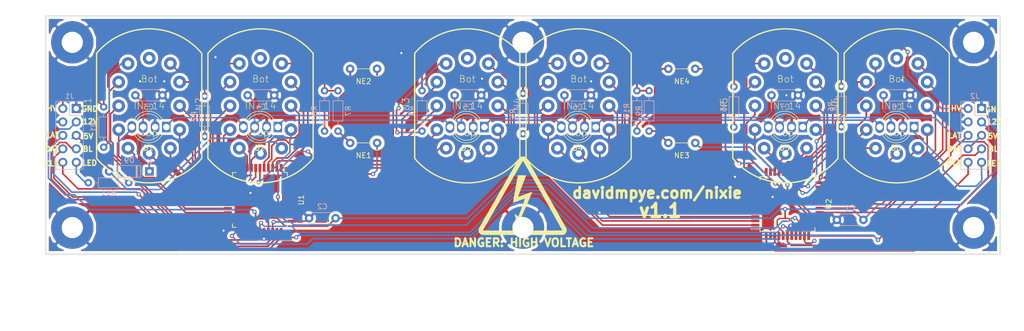
<source format=kicad_pcb>
(kicad_pcb (version 20171130) (host pcbnew 5.0.2-bee76a0~70~ubuntu18.10.1)
  (layers (0 F.Cu signal) (31 B.Cu signal) (34 B.Paste user) (35 F.Paste user) (36 B.SilkS user) (37 F.SilkS user) (38 B.Mask user) (39 F.Mask user) (44 Edge.Cuts user))
  (net 0 "")
  (net 1 GND)
  (net 2 +5V)
  (net 3 +48V)
  (net 4 SHIFT_DATA_IN)
  (net 5 SHIFT_LATCH)
  (net 6 SHIFT_CLK)
  (net 7 SHIFT_DATA_OUT)
  (net 8 "Net-(U1-Pad23)")
  (net 9 LED_DIN)
  (net 10 LED_DOUT)
  (net 11 "Net-(N1-PadLHDP)")
  (net 12 "Net-(N1-PadA)")
  (net 13 "Net-(N1-Pad9)")
  (net 14 "Net-(N1-Pad8)")
  (net 15 "Net-(N1-Pad7)")
  (net 16 "Net-(N1-Pad6)")
  (net 17 "Net-(N1-Pad5)")
  (net 18 "Net-(N1-Pad4)")
  (net 19 "Net-(N1-Pad3)")
  (net 20 "Net-(N1-Pad2)")
  (net 21 "Net-(N1-Pad1)")
  (net 22 "Net-(N1-Pad0)")
  (net 23 "Net-(N2-Pad0)")
  (net 24 "Net-(N2-Pad1)")
  (net 25 "Net-(N2-Pad2)")
  (net 26 "Net-(N2-Pad3)")
  (net 27 "Net-(N2-Pad4)")
  (net 28 "Net-(N2-Pad5)")
  (net 29 "Net-(N2-Pad6)")
  (net 30 "Net-(N2-Pad7)")
  (net 31 "Net-(N2-Pad8)")
  (net 32 "Net-(N2-Pad9)")
  (net 33 "Net-(N2-PadA)")
  (net 34 "Net-(N2-PadLHDP)")
  (net 35 "Net-(N3-PadLHDP)")
  (net 36 "Net-(N3-PadA)")
  (net 37 "Net-(N3-Pad9)")
  (net 38 "Net-(N3-Pad8)")
  (net 39 "Net-(N3-Pad7)")
  (net 40 "Net-(N3-Pad6)")
  (net 41 "Net-(N3-Pad5)")
  (net 42 "Net-(N3-Pad4)")
  (net 43 "Net-(N3-Pad3)")
  (net 44 "Net-(N3-Pad2)")
  (net 45 "Net-(N3-Pad1)")
  (net 46 "Net-(N3-Pad0)")
  (net 47 "Net-(N4-PadLHDP)")
  (net 48 "Net-(N4-PadA)")
  (net 49 "Net-(N4-Pad9)")
  (net 50 "Net-(N4-Pad8)")
  (net 51 "Net-(N4-Pad7)")
  (net 52 "Net-(N4-Pad6)")
  (net 53 "Net-(N4-Pad5)")
  (net 54 "Net-(N4-Pad4)")
  (net 55 "Net-(N4-Pad3)")
  (net 56 "Net-(N4-Pad2)")
  (net 57 "Net-(N4-Pad1)")
  (net 58 "Net-(N4-Pad0)")
  (net 59 "Net-(N5-Pad0)")
  (net 60 "Net-(N5-Pad1)")
  (net 61 "Net-(N5-Pad2)")
  (net 62 "Net-(N5-Pad3)")
  (net 63 "Net-(N5-Pad4)")
  (net 64 "Net-(N5-Pad5)")
  (net 65 "Net-(N5-Pad6)")
  (net 66 "Net-(N5-Pad7)")
  (net 67 "Net-(N5-Pad8)")
  (net 68 "Net-(N5-Pad9)")
  (net 69 "Net-(N5-PadA)")
  (net 70 "Net-(N5-PadLHDP)")
  (net 71 "Net-(N6-Pad0)")
  (net 72 "Net-(N6-Pad1)")
  (net 73 "Net-(N6-Pad2)")
  (net 74 "Net-(N6-Pad3)")
  (net 75 "Net-(N6-Pad4)")
  (net 76 "Net-(N6-Pad5)")
  (net 77 "Net-(N6-Pad6)")
  (net 78 "Net-(N6-Pad7)")
  (net 79 "Net-(N6-Pad8)")
  (net 80 "Net-(N6-Pad9)")
  (net 81 "Net-(N6-PadA)")
  (net 82 "Net-(N6-PadLHDP)")
  (net 83 SPARE_CAT_1)
  (net 84 SPARE_CAT_2)
  (net 85 "Net-(D1-Pad1)")
  (net 86 "Net-(D2-Pad1)")
  (net 87 "Net-(D3-Pad1)")
  (net 88 "Net-(D4-Pad1)")
  (net 89 "Net-(NE1-Pad2)")
  (net 90 "Net-(NE2-Pad2)")
  (net 91 SPARE_CAT_3)
  (net 92 "Net-(NE3-Pad2)")
  (net 93 "Net-(NE4-Pad2)")
  (net 94 SPARE_CAT_4)
  (net 95 "Net-(D5-Pad1)")
  (net 96 SHIFT_BLANK)
  (net 97 "Net-(C3-Pad1)")
  (net 98 "Net-(D1-Pad4)")
  (net 99 +12V)
  (module MountingHole:MountingHole_4mm_Pad (layer F.Cu) (at 90 40)
    (fp_text reference REF** hide)
    (fp_text value MountingHole_4mm_Pad hide)
    (pad 1 thru_hole circle (at 0 0) (size 8 8) (drill 4) (layers *.Cu *.Mask) (net 1 GND))
  )
  (module MountingHole:MountingHole_4mm_Pad (layer F.Cu) (at 90 5)
    (fp_text reference REF** hide)
    (fp_text value MountingHole_4mm_Pad)
    (pad 1 thru_hole circle (at 0 0) (size 8 8) (drill 4) (layers *.Cu *.Mask) (net 1 GND))
  )
  (module LED_D5.0mm-4-Wide:LED_D5.0mm-4-Wide (layer F.Cu) (at 42.2656 21 180)
    (fp_text reference D2 (at 1.905 -3.96 180) (layer F.SilkS))
    (fp_text value NeoPixel_THT)
    (pad 1 thru_hole rect (at -1.5 0 180) (size 1.6 2) (drill 1.2) (layers *.Cu *.Mask) (net 86 "Net-(D2-Pad1)"))
    (pad 2 thru_hole oval (at 0.6125 0 180) (size 1.6 2.25) (drill 1.2) (layers *.Cu *.Mask) (net 1 GND))
    (pad 3 thru_hole oval (at 2.875 0 180) (size 1.6 2.25) (drill 1.2) (layers *.Cu *.Mask) (net 2 +5V))
    (pad 4 thru_hole oval (at 5 0 180) (size 1.6 2.25) (drill 1.2) (layers *.Cu *.Mask) (net 85 "Net-(D1-Pad1)"))
  )
  (module LED_D5.0mm-4-Wide:LED_D5.0mm-4-Wide (layer F.Cu) (at 21.2344 21 180)
    (fp_text reference D1 (at 1.905 -3.96 180) (layer F.SilkS))
    (fp_text value NeoPixel_THT)
    (pad 4 thru_hole oval (at 5 0 180) (size 1.6 2.25) (drill 1.2) (layers *.Cu *.Mask) (net 98 "Net-(D1-Pad4)"))
    (pad 3 thru_hole oval (at 2.875 0 180) (size 1.6 2.25) (drill 1.2) (layers *.Cu *.Mask) (net 97 "Net-(C3-Pad1)"))
    (pad 2 thru_hole oval (at 0.6125 0 180) (size 1.6 2.25) (drill 1.2) (layers *.Cu *.Mask) (net 1 GND))
    (pad 1 thru_hole rect (at -1.5 0 180) (size 1.6 2) (drill 1.2) (layers *.Cu *.Mask) (net 85 "Net-(D1-Pad1)"))
  )
  (module MountingHole:MountingHole_4mm_Pad (layer F.Cu) (at 5 5)
    (fp_text reference REF** hide)
    (fp_text value MountingHole_4mm_Pad)
    (pad 1 thru_hole circle (at 0 0) (size 8 8) (drill 4) (layers *.Cu *.Mask) (net 1 GND))
  )
  (module MountingHole:MountingHole_4mm_Pad (layer F.Cu) (at 175 5)
    (fp_text reference REF** hide)
    (fp_text value MountingHole_4mm_Pad)
    (pad 1 thru_hole circle (at 0 0) (size 8 8) (drill 4) (layers *.Cu *.Mask) (net 1 GND))
  )
  (module MountingHole:MountingHole_4mm_Pad (layer F.Cu) (at 175 40)
    (fp_text reference REF** hide)
    (fp_text value MountingHole_4mm_Pad)
    (pad 1 thru_hole circle (at 0 0) (size 8 8) (drill 4) (layers *.Cu *.Mask) (net 1 GND))
  )
  (module MountingHole:MountingHole_4mm_Pad (layer F.Cu) (at 5 40)
    (fp_text reference REF** hide)
    (fp_text value MountingHole_4mm_Pad)
    (pad 1 thru_hole circle (at 0 0) (size 8 8) (drill 4) (layers *.Cu *.Mask) (net 1 GND))
  )
  (module nixies-us:nixies-us-IN-12-DSUB-NOHOLE (layer F.Cu) (at 139.5 17 180)
    (fp_text reference N5 (at 11.58748 0.3175 270) (layer F.SilkS) (effects (font (size 1.27 1.27) (thickness 0.1016))))
    (fp_text value IN-14 (at 0 0 180) (layer F.SilkS) (effects (font (size 1.27 1.27) (thickness 0.1016))))
    (fp_text user Bot (at 0 5.08 180) (layer F.SilkS) (effects (font (size 1.27 1.27) (thickness 0.1016))))
    (fp_text user Top (at 0 -5.08 180) (layer F.SilkS) (effects (font (size 1.27 1.27) (thickness 0.1016))))
    (pad 0 thru_hole circle (at 5.74802 4.49834 180) (size 2.39776 2.39776) (drill 1.2) (layers *.Cu *.Paste *.Mask) (net 59 "Net-(N5-Pad0)"))
    (pad 1 thru_hole circle (at -3.99796 7.99846 180) (size 2.39776 2.39776) (drill 1.2) (layers *.Cu *.Paste *.Mask) (net 60 "Net-(N5-Pad1)"))
    (pad 2 thru_hole circle (at -5.74802 4.49834 180) (size 2.39776 2.39776) (drill 1.2) (layers *.Cu *.Paste *.Mask) (net 61 "Net-(N5-Pad2)"))
    (pad 3 thru_hole circle (at -5.74802 0 180) (size 2.39776 2.39776) (drill 1.2) (layers *.Cu *.Paste *.Mask) (net 62 "Net-(N5-Pad3)"))
    (pad 4 thru_hole circle (at -5.74802 -4.49834 180) (size 2.39776 2.39776) (drill 1.2) (layers *.Cu *.Paste *.Mask) (net 63 "Net-(N5-Pad4)"))
    (pad 5 thru_hole circle (at -3.99796 -7.99846 180) (size 2.39776 2.39776) (drill 1.2) (layers *.Cu *.Paste *.Mask) (net 64 "Net-(N5-Pad5)"))
    (pad 6 thru_hole circle (at 0 -8.99922 180) (size 2.39776 2.39776) (drill 1.2) (layers *.Cu *.Paste *.Mask) (net 65 "Net-(N5-Pad6)"))
    (pad 7 thru_hole circle (at 3.99796 -7.99846 180) (size 2.39776 2.39776) (drill 1.2) (layers *.Cu *.Paste *.Mask) (net 66 "Net-(N5-Pad7)"))
    (pad 8 thru_hole circle (at 5.74802 -4.49834 180) (size 2.39776 2.39776) (drill 1.2) (layers *.Cu *.Paste *.Mask) (net 67 "Net-(N5-Pad8)"))
    (pad 9 thru_hole circle (at 5.74802 0 180) (size 2.39776 2.39776) (drill 1.2) (layers *.Cu *.Paste *.Mask) (net 68 "Net-(N5-Pad9)"))
    (pad A thru_hole circle (at 3.99796 7.99846 180) (size 2.39776 2.39776) (drill 1.2) (layers *.Cu *.Paste *.Mask) (net 69 "Net-(N5-PadA)"))
    (pad LHDP thru_hole circle (at 0 8.99922 180) (size 2.39776 2.39776) (drill 1.2) (layers *.Cu *.Paste *.Mask) (net 70 "Net-(N5-PadLHDP)"))
  )
  (module nixies-us:nixies-us-IN-12-DSUB-NOHOLE (layer F.Cu) (at 100.5 17 180)
    (fp_text reference N4 (at 11.58748 0.3175 270) (layer F.SilkS) (effects (font (size 1.27 1.27) (thickness 0.1016))))
    (fp_text value IN-14 (at 0 0 180) (layer F.SilkS) (effects (font (size 1.27 1.27) (thickness 0.1016))))
    (fp_text user Top (at 0 -5.08 180) (layer F.SilkS) (effects (font (size 1.27 1.27) (thickness 0.1016))))
    (fp_text user Bot (at 0 5.08 180) (layer F.SilkS) (effects (font (size 1.27 1.27) (thickness 0.1016))))
    (pad LHDP thru_hole circle (at 0 8.99922 180) (size 2.39776 2.39776) (drill 1.2) (layers *.Cu *.Paste *.Mask) (net 47 "Net-(N4-PadLHDP)"))
    (pad A thru_hole circle (at 3.99796 7.99846 180) (size 2.39776 2.39776) (drill 1.2) (layers *.Cu *.Paste *.Mask) (net 48 "Net-(N4-PadA)"))
    (pad 9 thru_hole circle (at 5.74802 0 180) (size 2.39776 2.39776) (drill 1.2) (layers *.Cu *.Paste *.Mask) (net 49 "Net-(N4-Pad9)"))
    (pad 8 thru_hole circle (at 5.74802 -4.49834 180) (size 2.39776 2.39776) (drill 1.2) (layers *.Cu *.Paste *.Mask) (net 50 "Net-(N4-Pad8)"))
    (pad 7 thru_hole circle (at 3.99796 -7.99846 180) (size 2.39776 2.39776) (drill 1.2) (layers *.Cu *.Paste *.Mask) (net 51 "Net-(N4-Pad7)"))
    (pad 6 thru_hole circle (at 0 -8.99922 180) (size 2.39776 2.39776) (drill 1.2) (layers *.Cu *.Paste *.Mask) (net 52 "Net-(N4-Pad6)"))
    (pad 5 thru_hole circle (at -3.99796 -7.99846 180) (size 2.39776 2.39776) (drill 1.2) (layers *.Cu *.Paste *.Mask) (net 53 "Net-(N4-Pad5)"))
    (pad 4 thru_hole circle (at -5.74802 -4.49834 180) (size 2.39776 2.39776) (drill 1.2) (layers *.Cu *.Paste *.Mask) (net 54 "Net-(N4-Pad4)"))
    (pad 3 thru_hole circle (at -5.74802 0 180) (size 2.39776 2.39776) (drill 1.2) (layers *.Cu *.Paste *.Mask) (net 55 "Net-(N4-Pad3)"))
    (pad 2 thru_hole circle (at -5.74802 4.49834 180) (size 2.39776 2.39776) (drill 1.2) (layers *.Cu *.Paste *.Mask) (net 56 "Net-(N4-Pad2)"))
    (pad 1 thru_hole circle (at -3.99796 7.99846 180) (size 2.39776 2.39776) (drill 1.2) (layers *.Cu *.Paste *.Mask) (net 57 "Net-(N4-Pad1)"))
    (pad 0 thru_hole circle (at 5.74802 4.49834 180) (size 2.39776 2.39776) (drill 1.2) (layers *.Cu *.Paste *.Mask) (net 58 "Net-(N4-Pad0)"))
  )
  (module nixies-us:nixies-us-IN-12-DSUB-NOHOLE (layer F.Cu) (at 160.5 17 180)
    (fp_text reference N6 (at 11.58748 0.3175 270) (layer F.SilkS) (effects (font (size 1.27 1.27) (thickness 0.1016))))
    (fp_text value IN-14 (at 0 0 180) (layer F.SilkS) (effects (font (size 1.27 1.27) (thickness 0.1016))))
    (fp_text user Top (at 0 -5.08 180) (layer F.SilkS) (effects (font (size 1.27 1.27) (thickness 0.1016))))
    (fp_text user Bot (at 0 5.08 180) (layer F.SilkS) (effects (font (size 1.27 1.27) (thickness 0.1016))))
    (pad LHDP thru_hole circle (at 0 8.99922 180) (size 2.39776 2.39776) (drill 1.2) (layers *.Cu *.Paste *.Mask) (net 82 "Net-(N6-PadLHDP)"))
    (pad A thru_hole circle (at 3.99796 7.99846 180) (size 2.39776 2.39776) (drill 1.2) (layers *.Cu *.Paste *.Mask) (net 81 "Net-(N6-PadA)"))
    (pad 9 thru_hole circle (at 5.74802 0 180) (size 2.39776 2.39776) (drill 1.2) (layers *.Cu *.Paste *.Mask) (net 80 "Net-(N6-Pad9)"))
    (pad 8 thru_hole circle (at 5.74802 -4.49834 180) (size 2.39776 2.39776) (drill 1.2) (layers *.Cu *.Paste *.Mask) (net 79 "Net-(N6-Pad8)"))
    (pad 7 thru_hole circle (at 3.99796 -7.99846 180) (size 2.39776 2.39776) (drill 1.2) (layers *.Cu *.Paste *.Mask) (net 78 "Net-(N6-Pad7)"))
    (pad 6 thru_hole circle (at 0 -8.99922 180) (size 2.39776 2.39776) (drill 1.2) (layers *.Cu *.Paste *.Mask) (net 77 "Net-(N6-Pad6)"))
    (pad 5 thru_hole circle (at -3.99796 -7.99846 180) (size 2.39776 2.39776) (drill 1.2) (layers *.Cu *.Paste *.Mask) (net 76 "Net-(N6-Pad5)"))
    (pad 4 thru_hole circle (at -5.74802 -4.49834 180) (size 2.39776 2.39776) (drill 1.2) (layers *.Cu *.Paste *.Mask) (net 75 "Net-(N6-Pad4)"))
    (pad 3 thru_hole circle (at -5.74802 0 180) (size 2.39776 2.39776) (drill 1.2) (layers *.Cu *.Paste *.Mask) (net 74 "Net-(N6-Pad3)"))
    (pad 2 thru_hole circle (at -5.74802 4.49834 180) (size 2.39776 2.39776) (drill 1.2) (layers *.Cu *.Paste *.Mask) (net 73 "Net-(N6-Pad2)"))
    (pad 1 thru_hole circle (at -3.99796 7.99846 180) (size 2.39776 2.39776) (drill 1.2) (layers *.Cu *.Paste *.Mask) (net 72 "Net-(N6-Pad1)"))
    (pad 0 thru_hole circle (at 5.74802 4.49834 180) (size 2.39776 2.39776) (drill 1.2) (layers *.Cu *.Paste *.Mask) (net 71 "Net-(N6-Pad0)"))
  )
  (module Resistor_THT:R_Axial_DIN0204_L3.6mm_D1.6mm_P7.62mm_Horizontal (layer B.Cu) (at 111.506 14.144 270)
    (fp_text reference R10 (at 3.81 1.92 270) (layer B.SilkS) (effects (justify mirror)))
    (fp_text value R)
    (pad 1 thru_hole circle (at 0 0 270) (size 1.4 1.4) (drill 0.7) (layers *.Cu *.Mask) (net 3 +48V))
    (pad 2 thru_hole oval (at 7.62 0 270) (size 1.4 1.4) (drill 0.7) (layers *.Cu *.Mask) (net 93 "Net-(NE4-Pad2)"))
  )
  (module Resistor_THT:R_Axial_DIN0204_L3.6mm_D1.6mm_P7.62mm_Horizontal (layer B.Cu) (at 90.01 14.652 270)
    (fp_text reference R4 (at 3.81 1.92 270) (layer B.SilkS) (effects (justify mirror)))
    (fp_text value R)
    (pad 1 thru_hole circle (at 0 0 270) (size 1.4 1.4) (drill 0.7) (layers *.Cu *.Mask) (net 3 +48V))
    (pad 2 thru_hole oval (at 7.62 0 270) (size 1.4 1.4) (drill 0.7) (layers *.Cu *.Mask) (net 48 "Net-(N4-PadA)"))
  )
  (module Resistor_THT:R_Axial_DIN0204_L3.6mm_D1.6mm_P7.62mm_Horizontal (layer B.Cu) (at 70.96 14.144 270)
    (fp_text reference R3 (at 3.81 1.92 270) (layer B.SilkS) (effects (justify mirror)))
    (fp_text value R)
    (pad 2 thru_hole oval (at 7.62 0 270) (size 1.4 1.4) (drill 0.7) (layers *.Cu *.Mask) (net 36 "Net-(N3-PadA)"))
    (pad 1 thru_hole circle (at 0 0 270) (size 1.4 1.4) (drill 0.7) (layers *.Cu *.Mask) (net 3 +48V))
  )
  (module nixies-us:nixies-us-IN-12-DSUB-NOHOLE (layer F.Cu) (at 79.5 17 180)
    (fp_text reference N3 (at 11.58748 0.3175 270) (layer F.SilkS) (effects (font (size 1.27 1.27) (thickness 0.1016))))
    (fp_text value IN-14 (at 0 0 180) (layer F.SilkS) (effects (font (size 1.27 1.27) (thickness 0.1016))))
    (fp_text user Bot (at 0 5.08 180) (layer F.SilkS) (effects (font (size 1.27 1.27) (thickness 0.1016))))
    (fp_text user Top (at 0 -5.08 180) (layer F.SilkS) (effects (font (size 1.27 1.27) (thickness 0.1016))))
    (pad 0 thru_hole circle (at 5.74802 4.49834 180) (size 2.39776 2.39776) (drill 1.2) (layers *.Cu *.Paste *.Mask) (net 46 "Net-(N3-Pad0)"))
    (pad 1 thru_hole circle (at -3.99796 7.99846 180) (size 2.39776 2.39776) (drill 1.2) (layers *.Cu *.Paste *.Mask) (net 45 "Net-(N3-Pad1)"))
    (pad 2 thru_hole circle (at -5.74802 4.49834 180) (size 2.39776 2.39776) (drill 1.2) (layers *.Cu *.Paste *.Mask) (net 44 "Net-(N3-Pad2)"))
    (pad 3 thru_hole circle (at -5.74802 0 180) (size 2.39776 2.39776) (drill 1.2) (layers *.Cu *.Paste *.Mask) (net 43 "Net-(N3-Pad3)"))
    (pad 4 thru_hole circle (at -5.74802 -4.49834 180) (size 2.39776 2.39776) (drill 1.2) (layers *.Cu *.Paste *.Mask) (net 42 "Net-(N3-Pad4)"))
    (pad 5 thru_hole circle (at -3.99796 -7.99846 180) (size 2.39776 2.39776) (drill 1.2) (layers *.Cu *.Paste *.Mask) (net 41 "Net-(N3-Pad5)"))
    (pad 6 thru_hole circle (at 0 -8.99922 180) (size 2.39776 2.39776) (drill 1.2) (layers *.Cu *.Paste *.Mask) (net 40 "Net-(N3-Pad6)"))
    (pad 7 thru_hole circle (at 3.99796 -7.99846 180) (size 2.39776 2.39776) (drill 1.2) (layers *.Cu *.Paste *.Mask) (net 39 "Net-(N3-Pad7)"))
    (pad 8 thru_hole circle (at 5.74802 -4.49834 180) (size 2.39776 2.39776) (drill 1.2) (layers *.Cu *.Paste *.Mask) (net 38 "Net-(N3-Pad8)"))
    (pad 9 thru_hole circle (at 5.74802 0 180) (size 2.39776 2.39776) (drill 1.2) (layers *.Cu *.Paste *.Mask) (net 37 "Net-(N3-Pad9)"))
    (pad A thru_hole circle (at 3.99796 7.99846 180) (size 2.39776 2.39776) (drill 1.2) (layers *.Cu *.Paste *.Mask) (net 36 "Net-(N3-PadA)"))
    (pad LHDP thru_hole circle (at 0 8.99922 180) (size 2.39776 2.39776) (drill 1.2) (layers *.Cu *.Paste *.Mask) (net 35 "Net-(N3-PadLHDP)"))
  )
  (module nixies-us:nixies-us-IN-12-DSUB-NOHOLE (layer F.Cu) (at 40.5 17 180)
    (fp_text reference N2 (at 11.58748 0.3175 270) (layer F.SilkS) (effects (font (size 1.27 1.27) (thickness 0.1016))))
    (fp_text value IN-14 (at 0 0 180) (layer F.SilkS) (effects (font (size 1.27 1.27) (thickness 0.1016))))
    (fp_text user Bot (at 0 5.08 180) (layer F.SilkS) (effects (font (size 1.27 1.27) (thickness 0.1016))))
    (fp_text user Top (at 0 -5.08 180) (layer F.SilkS) (effects (font (size 1.27 1.27) (thickness 0.1016))))
    (pad 0 thru_hole circle (at 5.74802 4.49834 180) (size 2.39776 2.39776) (drill 1.2) (layers *.Cu *.Paste *.Mask) (net 23 "Net-(N2-Pad0)"))
    (pad 1 thru_hole circle (at -3.99796 7.99846 180) (size 2.39776 2.39776) (drill 1.2) (layers *.Cu *.Paste *.Mask) (net 24 "Net-(N2-Pad1)"))
    (pad 2 thru_hole circle (at -5.74802 4.49834 180) (size 2.39776 2.39776) (drill 1.2) (layers *.Cu *.Paste *.Mask) (net 25 "Net-(N2-Pad2)"))
    (pad 3 thru_hole circle (at -5.74802 0 180) (size 2.39776 2.39776) (drill 1.2) (layers *.Cu *.Paste *.Mask) (net 26 "Net-(N2-Pad3)"))
    (pad 4 thru_hole circle (at -5.74802 -4.49834 180) (size 2.39776 2.39776) (drill 1.2) (layers *.Cu *.Paste *.Mask) (net 27 "Net-(N2-Pad4)"))
    (pad 5 thru_hole circle (at -3.99796 -7.99846 180) (size 2.39776 2.39776) (drill 1.2) (layers *.Cu *.Paste *.Mask) (net 28 "Net-(N2-Pad5)"))
    (pad 6 thru_hole circle (at 0 -8.99922 180) (size 2.39776 2.39776) (drill 1.2) (layers *.Cu *.Paste *.Mask) (net 29 "Net-(N2-Pad6)"))
    (pad 7 thru_hole circle (at 3.99796 -7.99846 180) (size 2.39776 2.39776) (drill 1.2) (layers *.Cu *.Paste *.Mask) (net 30 "Net-(N2-Pad7)"))
    (pad 8 thru_hole circle (at 5.74802 -4.49834 180) (size 2.39776 2.39776) (drill 1.2) (layers *.Cu *.Paste *.Mask) (net 31 "Net-(N2-Pad8)"))
    (pad 9 thru_hole circle (at 5.74802 0 180) (size 2.39776 2.39776) (drill 1.2) (layers *.Cu *.Paste *.Mask) (net 32 "Net-(N2-Pad9)"))
    (pad A thru_hole circle (at 3.99796 7.99846 180) (size 2.39776 2.39776) (drill 1.2) (layers *.Cu *.Paste *.Mask) (net 33 "Net-(N2-PadA)"))
    (pad LHDP thru_hole circle (at 0 8.99922 180) (size 2.39776 2.39776) (drill 1.2) (layers *.Cu *.Paste *.Mask) (net 34 "Net-(N2-PadLHDP)"))
  )
  (module Package_QFP:PQFP-44_10x10mm_P0.8mm (layer F.Cu) (at 40.386 34.7688 270)
    (fp_text reference U1 (at 0 -7.8 270) (layer F.SilkS))
    (fp_text value HV5622)
    (pad 44 smd rect (at -4 -6.05 270) (size 0.52 1.5) (layers F.Cu F.Paste F.Mask) (net 38 "Net-(N3-Pad8)"))
    (pad 43 smd rect (at -3.2 -6.05 270) (size 0.52 1.5) (layers F.Cu F.Paste F.Mask) (net 39 "Net-(N3-Pad7)"))
    (pad 42 smd rect (at -2.4 -6.05 270) (size 0.52 1.5) (layers F.Cu F.Paste F.Mask) (net 40 "Net-(N3-Pad6)"))
    (pad 41 smd rect (at -1.6 -6.05 270) (size 0.52 1.5) (layers F.Cu F.Paste F.Mask) (net 41 "Net-(N3-Pad5)"))
    (pad 40 smd rect (at -0.8 -6.05 270) (size 0.52 1.5) (layers F.Cu F.Paste F.Mask) (net 42 "Net-(N3-Pad4)"))
    (pad 39 smd rect (at 0 -6.05 270) (size 0.52 1.5) (layers F.Cu F.Paste F.Mask) (net 43 "Net-(N3-Pad3)"))
    (pad 38 smd rect (at 0.8 -6.05 270) (size 0.52 1.5) (layers F.Cu F.Paste F.Mask) (net 44 "Net-(N3-Pad2)"))
    (pad 37 smd rect (at 1.6 -6.05 270) (size 0.52 1.5) (layers F.Cu F.Paste F.Mask) (net 45 "Net-(N3-Pad1)"))
    (pad 36 smd rect (at 2.4 -6.05 270) (size 0.52 1.5) (layers F.Cu F.Paste F.Mask) (net 83 SPARE_CAT_1))
    (pad 35 smd rect (at 3.2 -6.05 270) (size 0.52 1.5) (layers F.Cu F.Paste F.Mask) (net 84 SPARE_CAT_2))
    (pad 34 smd rect (at 4 -6.05 270) (size 0.52 1.5) (layers F.Cu F.Paste F.Mask) (net 1 GND))
    (pad 33 smd rect (at 6.05 -4 270) (size 1.5 0.52) (layers F.Cu F.Paste F.Mask) (net 96 SHIFT_BLANK))
    (pad 32 smd rect (at 6.05 -3.2 270) (size 1.5 0.52) (layers F.Cu F.Paste F.Mask) (net 4 SHIFT_DATA_IN))
    (pad 31 smd rect (at 6.05 -2.4 270) (size 1.5 0.52) (layers F.Cu F.Paste F.Mask) (net 5 SHIFT_LATCH))
    (pad 30 smd rect (at 6.05 -1.6 270) (size 1.5 0.52) (layers F.Cu F.Paste F.Mask) (net 99 +12V))
    (pad 29 smd rect (at 6.05 -0.8 270) (size 1.5 0.52) (layers F.Cu F.Paste F.Mask) (net 1 GND))
    (pad 28 smd rect (at 6.05 0 270) (size 1.5 0.52) (layers F.Cu F.Paste F.Mask) (net 6 SHIFT_CLK))
    (pad 27 smd rect (at 6.05 0.8 270) (size 1.5 0.52) (layers F.Cu F.Paste F.Mask) (net 99 +12V))
    (pad 26 smd rect (at 6.05 1.6 270) (size 1.5 0.52) (layers F.Cu F.Paste F.Mask) (net 1 GND))
    (pad 25 smd rect (at 6.05 2.4 270) (size 1.5 0.52) (layers F.Cu F.Paste F.Mask) (net 1 GND))
    (pad 24 smd rect (at 6.05 3.2 270) (size 1.5 0.52) (layers F.Cu F.Paste F.Mask) (net 1 GND))
    (pad 23 smd rect (at 6.05 4 270) (size 1.5 0.52) (layers F.Cu F.Paste F.Mask) (net 8 "Net-(U1-Pad23)"))
    (pad 22 smd rect (at 4 6.05 270) (size 0.52 1.5) (layers F.Cu F.Paste F.Mask) (net 22 "Net-(N1-Pad0)"))
    (pad 21 smd rect (at 3.2 6.05 270) (size 0.52 1.5) (layers F.Cu F.Paste F.Mask) (net 13 "Net-(N1-Pad9)"))
    (pad 20 smd rect (at 2.4 6.05 270) (size 0.52 1.5) (layers F.Cu F.Paste F.Mask) (net 14 "Net-(N1-Pad8)"))
    (pad 19 smd rect (at 1.6 6.05 270) (size 0.52 1.5) (layers F.Cu F.Paste F.Mask) (net 15 "Net-(N1-Pad7)"))
    (pad 18 smd rect (at 0.8 6.05 270) (size 0.52 1.5) (layers F.Cu F.Paste F.Mask) (net 16 "Net-(N1-Pad6)"))
    (pad 17 smd rect (at 0 6.05 270) (size 0.52 1.5) (layers F.Cu F.Paste F.Mask) (net 17 "Net-(N1-Pad5)"))
    (pad 16 smd rect (at -0.8 6.05 270) (size 0.52 1.5) (layers F.Cu F.Paste F.Mask) (net 18 "Net-(N1-Pad4)"))
    (pad 15 smd rect (at -1.6 6.05 270) (size 0.52 1.5) (layers F.Cu F.Paste F.Mask) (net 19 "Net-(N1-Pad3)"))
    (pad 14 smd rect (at -2.4 6.05 270) (size 0.52 1.5) (layers F.Cu F.Paste F.Mask) (net 20 "Net-(N1-Pad2)"))
    (pad 13 smd rect (at -3.2 6.05 270) (size 0.52 1.5) (layers F.Cu F.Paste F.Mask) (net 21 "Net-(N1-Pad1)"))
    (pad 12 smd rect (at -4 6.05 270) (size 0.52 1.5) (layers F.Cu F.Paste F.Mask) (net 23 "Net-(N2-Pad0)"))
    (pad 11 smd rect (at -6.05 4 270) (size 1.5 0.52) (layers F.Cu F.Paste F.Mask) (net 32 "Net-(N2-Pad9)"))
    (pad 10 smd rect (at -6.05 3.2 270) (size 1.5 0.52) (layers F.Cu F.Paste F.Mask) (net 31 "Net-(N2-Pad8)"))
    (pad 9 smd rect (at -6.05 2.4 270) (size 1.5 0.52) (layers F.Cu F.Paste F.Mask) (net 30 "Net-(N2-Pad7)"))
    (pad 8 smd rect (at -6.05 1.6 270) (size 1.5 0.52) (layers F.Cu F.Paste F.Mask) (net 29 "Net-(N2-Pad6)"))
    (pad 7 smd rect (at -6.05 0.8 270) (size 1.5 0.52) (layers F.Cu F.Paste F.Mask) (net 28 "Net-(N2-Pad5)"))
    (pad 6 smd rect (at -6.05 0 270) (size 1.5 0.52) (layers F.Cu F.Paste F.Mask) (net 27 "Net-(N2-Pad4)"))
    (pad 5 smd rect (at -6.05 -0.8 270) (size 1.5 0.52) (layers F.Cu F.Paste F.Mask) (net 26 "Net-(N2-Pad3)"))
    (pad 4 smd rect (at -6.05 -1.6 270) (size 1.5 0.52) (layers F.Cu F.Paste F.Mask) (net 25 "Net-(N2-Pad2)"))
    (pad 3 smd rect (at -6.05 -2.4 270) (size 1.5 0.52) (layers F.Cu F.Paste F.Mask) (net 24 "Net-(N2-Pad1)"))
    (pad 2 smd rect (at -6.05 -3.2 270) (size 1.5 0.52) (layers F.Cu F.Paste F.Mask) (net 46 "Net-(N3-Pad0)"))
    (pad 1 smd rect (at -6.05 -4 270) (size 1.5 0.52) (layers F.Cu F.Paste F.Mask) (net 37 "Net-(N3-Pad9)"))
  )
  (module nixies-us:nixies-us-IN-12-DSUB-NOHOLE (layer F.Cu) (at 19.5 17 180)
    (fp_text reference N1 (at 11.58748 0.3175 270) (layer F.SilkS) (effects (font (size 1.27 1.27) (thickness 0.1016))))
    (fp_text value IN-14 (at 0 0 180) (layer F.SilkS) (effects (font (size 1.27 1.27) (thickness 0.1016))))
    (fp_text user Top (at 0 -5.08 180) (layer F.SilkS) (effects (font (size 1.27 1.27) (thickness 0.1016))))
    (fp_text user Bot (at 0 5.08 180) (layer F.SilkS) (effects (font (size 1.27 1.27) (thickness 0.1016))))
    (pad LHDP thru_hole circle (at 0 8.99922 180) (size 2.39776 2.39776) (drill 1.2) (layers *.Cu *.Paste *.Mask) (net 11 "Net-(N1-PadLHDP)"))
    (pad A thru_hole circle (at 3.99796 7.99846 180) (size 2.39776 2.39776) (drill 1.2) (layers *.Cu *.Paste *.Mask) (net 12 "Net-(N1-PadA)"))
    (pad 9 thru_hole circle (at 5.74802 0 180) (size 2.39776 2.39776) (drill 1.2) (layers *.Cu *.Paste *.Mask) (net 13 "Net-(N1-Pad9)"))
    (pad 8 thru_hole circle (at 5.74802 -4.49834 180) (size 2.39776 2.39776) (drill 1.2) (layers *.Cu *.Paste *.Mask) (net 14 "Net-(N1-Pad8)"))
    (pad 7 thru_hole circle (at 3.99796 -7.99846 180) (size 2.39776 2.39776) (drill 1.2) (layers *.Cu *.Paste *.Mask) (net 15 "Net-(N1-Pad7)"))
    (pad 6 thru_hole circle (at 0 -8.99922 180) (size 2.39776 2.39776) (drill 1.2) (layers *.Cu *.Paste *.Mask) (net 16 "Net-(N1-Pad6)"))
    (pad 5 thru_hole circle (at -3.99796 -7.99846 180) (size 2.39776 2.39776) (drill 1.2) (layers *.Cu *.Paste *.Mask) (net 17 "Net-(N1-Pad5)"))
    (pad 4 thru_hole circle (at -5.74802 -4.49834 180) (size 2.39776 2.39776) (drill 1.2) (layers *.Cu *.Paste *.Mask) (net 18 "Net-(N1-Pad4)"))
    (pad 3 thru_hole circle (at -5.74802 0 180) (size 2.39776 2.39776) (drill 1.2) (layers *.Cu *.Paste *.Mask) (net 19 "Net-(N1-Pad3)"))
    (pad 2 thru_hole circle (at -5.74802 4.49834 180) (size 2.39776 2.39776) (drill 1.2) (layers *.Cu *.Paste *.Mask) (net 20 "Net-(N1-Pad2)"))
    (pad 1 thru_hole circle (at -3.99796 7.99846 180) (size 2.39776 2.39776) (drill 1.2) (layers *.Cu *.Paste *.Mask) (net 21 "Net-(N1-Pad1)"))
    (pad 0 thru_hole circle (at 5.74802 4.49834 180) (size 2.39776 2.39776) (drill 1.2) (layers *.Cu *.Paste *.Mask) (net 22 "Net-(N1-Pad0)"))
  )
  (module Capacitor_THT:C_Disc_D4.3mm_W1.9mm_P5.00mm (layer B.Cu) (at 154.2136 38.528 180)
    (fp_text reference C1 (at 2.5 2.2 180) (layer B.SilkS) (effects (justify mirror)))
    (fp_text value C)
    (pad 2 thru_hole circle (at 5 0 180) (size 1.6 1.6) (drill 0.8) (layers *.Cu *.Mask) (net 1 GND))
    (pad 1 thru_hole circle (at 0 0 180) (size 1.6 1.6) (drill 0.8) (layers *.Cu *.Mask) (net 99 +12V))
  )
  (module zapsymbol:zapsymbol (layer F.Cu) (at 89.916 33.956)
    (fp_text reference G*** hide)
    (fp_text value LOGO hide)
  )
  (module Resistor_THT:R_Axial_DIN0207_L6.3mm_D2.5mm_P5.08mm_Vertical (layer F.Cu) (at 62.484 24 180)
    (fp_text reference NE1 (at 2.54 -2.37 180) (layer F.SilkS))
    (fp_text value Lamp_Neon)
    (pad 1 thru_hole circle (at 0 0 180) (size 1.6 1.6) (drill 0.8) (layers *.Cu *.Mask) (net 83 SPARE_CAT_1))
    (pad 2 thru_hole oval (at 5.08 0 180) (size 1.6 1.6) (drill 0.8) (layers *.Cu *.Mask) (net 89 "Net-(NE1-Pad2)"))
  )
  (module Resistor_THT:R_Axial_DIN0204_L3.6mm_D1.6mm_P7.62mm_Horizontal (layer B.Cu) (at 113.792 14.144 270)
    (fp_text reference R9 (at 3.81 1.92 270) (layer B.SilkS) (effects (justify mirror)))
    (fp_text value R)
    (pad 2 thru_hole oval (at 7.62 0 270) (size 1.4 1.4) (drill 0.7) (layers *.Cu *.Mask) (net 92 "Net-(NE3-Pad2)"))
    (pad 1 thru_hole circle (at 0 0 270) (size 1.4 1.4) (drill 0.7) (layers *.Cu *.Mask) (net 3 +48V))
  )
  (module Resistor_THT:R_Axial_DIN0207_L6.3mm_D2.5mm_P5.08mm_Vertical (layer F.Cu) (at 122.5 24 180)
    (fp_text reference NE3 (at 2.54 -2.37 180) (layer F.SilkS))
    (fp_text value Lamp_Neon)
    (pad 1 thru_hole circle (at 0 0 180) (size 1.6 1.6) (drill 0.8) (layers *.Cu *.Mask) (net 91 SPARE_CAT_3))
    (pad 2 thru_hole oval (at 5.08 0 180) (size 1.6 1.6) (drill 0.8) (layers *.Cu *.Mask) (net 92 "Net-(NE3-Pad2)"))
  )
  (module Resistor_THT:R_Axial_DIN0207_L6.3mm_D2.5mm_P5.08mm_Vertical (layer F.Cu) (at 62.484 10 180)
    (fp_text reference NE2 (at 2.54 -2.37 180) (layer F.SilkS))
    (fp_text value Lamp_Neon)
    (pad 2 thru_hole oval (at 5.08 0 180) (size 1.6 1.6) (drill 0.8) (layers *.Cu *.Mask) (net 90 "Net-(NE2-Pad2)"))
    (pad 1 thru_hole circle (at 0 0 180) (size 1.6 1.6) (drill 0.8) (layers *.Cu *.Mask) (net 84 SPARE_CAT_2))
  )
  (module Package_QFP:PQFP-44_10x10mm_P0.8mm (layer F.Cu) (at 139.888 35.5308 270)
    (fp_text reference U2 (at 0 -7.8 270) (layer F.SilkS))
    (fp_text value HV5622)
    (pad 1 smd rect (at -6.05 -4 270) (size 1.5 0.52) (layers F.Cu F.Paste F.Mask) (net 80 "Net-(N6-Pad9)"))
    (pad 2 smd rect (at -6.05 -3.2 270) (size 1.5 0.52) (layers F.Cu F.Paste F.Mask) (net 71 "Net-(N6-Pad0)"))
    (pad 3 smd rect (at -6.05 -2.4 270) (size 1.5 0.52) (layers F.Cu F.Paste F.Mask) (net 60 "Net-(N5-Pad1)"))
    (pad 4 smd rect (at -6.05 -1.6 270) (size 1.5 0.52) (layers F.Cu F.Paste F.Mask) (net 61 "Net-(N5-Pad2)"))
    (pad 5 smd rect (at -6.05 -0.8 270) (size 1.5 0.52) (layers F.Cu F.Paste F.Mask) (net 62 "Net-(N5-Pad3)"))
    (pad 6 smd rect (at -6.05 0 270) (size 1.5 0.52) (layers F.Cu F.Paste F.Mask) (net 63 "Net-(N5-Pad4)"))
    (pad 7 smd rect (at -6.05 0.8 270) (size 1.5 0.52) (layers F.Cu F.Paste F.Mask) (net 64 "Net-(N5-Pad5)"))
    (pad 8 smd rect (at -6.05 1.6 270) (size 1.5 0.52) (layers F.Cu F.Paste F.Mask) (net 65 "Net-(N5-Pad6)"))
    (pad 9 smd rect (at -6.05 2.4 270) (size 1.5 0.52) (layers F.Cu F.Paste F.Mask) (net 66 "Net-(N5-Pad7)"))
    (pad 10 smd rect (at -6.05 3.2 270) (size 1.5 0.52) (layers F.Cu F.Paste F.Mask) (net 67 "Net-(N5-Pad8)"))
    (pad 11 smd rect (at -6.05 4 270) (size 1.5 0.52) (layers F.Cu F.Paste F.Mask) (net 68 "Net-(N5-Pad9)"))
    (pad 12 smd rect (at -4 6.05 270) (size 0.52 1.5) (layers F.Cu F.Paste F.Mask) (net 59 "Net-(N5-Pad0)"))
    (pad 13 smd rect (at -3.2 6.05 270) (size 0.52 1.5) (layers F.Cu F.Paste F.Mask) (net 57 "Net-(N4-Pad1)"))
    (pad 14 smd rect (at -2.4 6.05 270) (size 0.52 1.5) (layers F.Cu F.Paste F.Mask) (net 56 "Net-(N4-Pad2)"))
    (pad 15 smd rect (at -1.6 6.05 270) (size 0.52 1.5) (layers F.Cu F.Paste F.Mask) (net 55 "Net-(N4-Pad3)"))
    (pad 16 smd rect (at -0.8 6.05 270) (size 0.52 1.5) (layers F.Cu F.Paste F.Mask) (net 54 "Net-(N4-Pad4)"))
    (pad 17 smd rect (at 0 6.05 270) (size 0.52 1.5) (layers F.Cu F.Paste F.Mask) (net 53 "Net-(N4-Pad5)"))
    (pad 18 smd rect (at 0.8 6.05 270) (size 0.52 1.5) (layers F.Cu F.Paste F.Mask) (net 52 "Net-(N4-Pad6)"))
    (pad 19 smd rect (at 1.6 6.05 270) (size 0.52 1.5) (layers F.Cu F.Paste F.Mask) (net 51 "Net-(N4-Pad7)"))
    (pad 20 smd rect (at 2.4 6.05 270) (size 0.52 1.5) (layers F.Cu F.Paste F.Mask) (net 50 "Net-(N4-Pad8)"))
    (pad 21 smd rect (at 3.2 6.05 270) (size 0.52 1.5) (layers F.Cu F.Paste F.Mask) (net 49 "Net-(N4-Pad9)"))
    (pad 22 smd rect (at 4 6.05 270) (size 0.52 1.5) (layers F.Cu F.Paste F.Mask) (net 58 "Net-(N4-Pad0)"))
    (pad 23 smd rect (at 6.05 4 270) (size 1.5 0.52) (layers F.Cu F.Paste F.Mask) (net 7 SHIFT_DATA_OUT))
    (pad 24 smd rect (at 6.05 3.2 270) (size 1.5 0.52) (layers F.Cu F.Paste F.Mask) (net 1 GND))
    (pad 25 smd rect (at 6.05 2.4 270) (size 1.5 0.52) (layers F.Cu F.Paste F.Mask) (net 1 GND))
    (pad 26 smd rect (at 6.05 1.6 270) (size 1.5 0.52) (layers F.Cu F.Paste F.Mask) (net 1 GND))
    (pad 27 smd rect (at 6.05 0.8 270) (size 1.5 0.52) (layers F.Cu F.Paste F.Mask) (net 99 +12V))
    (pad 28 smd rect (at 6.05 0 270) (size 1.5 0.52) (layers F.Cu F.Paste F.Mask) (net 6 SHIFT_CLK))
    (pad 29 smd rect (at 6.05 -0.8 270) (size 1.5 0.52) (layers F.Cu F.Paste F.Mask) (net 1 GND))
    (pad 30 smd rect (at 6.05 -1.6 270) (size 1.5 0.52) (layers F.Cu F.Paste F.Mask) (net 99 +12V))
    (pad 31 smd rect (at 6.05 -2.4 270) (size 1.5 0.52) (layers F.Cu F.Paste F.Mask) (net 5 SHIFT_LATCH))
    (pad 32 smd rect (at 6.05 -3.2 270) (size 1.5 0.52) (layers F.Cu F.Paste F.Mask) (net 8 "Net-(U1-Pad23)"))
    (pad 33 smd rect (at 6.05 -4 270) (size 1.5 0.52) (layers F.Cu F.Paste F.Mask) (net 96 SHIFT_BLANK))
    (pad 34 smd rect (at 4 -6.05 270) (size 0.52 1.5) (layers F.Cu F.Paste F.Mask) (net 1 GND))
    (pad 35 smd rect (at 3.2 -6.05 270) (size 0.52 1.5) (layers F.Cu F.Paste F.Mask) (net 94 SPARE_CAT_4))
    (pad 36 smd rect (at 2.4 -6.05 270) (size 0.52 1.5) (layers F.Cu F.Paste F.Mask) (net 91 SPARE_CAT_3))
    (pad 37 smd rect (at 1.6 -6.05 270) (size 0.52 1.5) (layers F.Cu F.Paste F.Mask) (net 72 "Net-(N6-Pad1)"))
    (pad 38 smd rect (at 0.8 -6.05 270) (size 0.52 1.5) (layers F.Cu F.Paste F.Mask) (net 73 "Net-(N6-Pad2)"))
    (pad 39 smd rect (at 0 -6.05 270) (size 0.52 1.5) (layers F.Cu F.Paste F.Mask) (net 74 "Net-(N6-Pad3)"))
    (pad 40 smd rect (at -0.8 -6.05 270) (size 0.52 1.5) (layers F.Cu F.Paste F.Mask) (net 75 "Net-(N6-Pad4)"))
    (pad 41 smd rect (at -1.6 -6.05 270) (size 0.52 1.5) (layers F.Cu F.Paste F.Mask) (net 76 "Net-(N6-Pad5)"))
    (pad 42 smd rect (at -2.4 -6.05 270) (size 0.52 1.5) (layers F.Cu F.Paste F.Mask) (net 77 "Net-(N6-Pad6)"))
    (pad 43 smd rect (at -3.2 -6.05 270) (size 0.52 1.5) (layers F.Cu F.Paste F.Mask) (net 78 "Net-(N6-Pad7)"))
    (pad 44 smd rect (at -4 -6.05 270) (size 0.52 1.5) (layers F.Cu F.Paste F.Mask) (net 79 "Net-(N6-Pad8)"))
  )
  (module Capacitor_THT:C_Disc_D4.3mm_W1.9mm_P5.00mm (layer B.Cu) (at 54.6608 38.2232 180)
    (fp_text reference C2 (at 2.5 2.2 180) (layer B.SilkS) (effects (justify mirror)))
    (fp_text value C)
    (pad 1 thru_hole circle (at 0 0 180) (size 1.6 1.6) (drill 0.8) (layers *.Cu *.Mask) (net 99 +12V))
    (pad 2 thru_hole circle (at 5 0 180) (size 1.6 1.6) (drill 0.8) (layers *.Cu *.Mask) (net 1 GND))
  )
  (module Resistor_THT:R_Axial_DIN0207_L6.3mm_D2.5mm_P5.08mm_Vertical (layer F.Cu) (at 122.5 10 180)
    (fp_text reference NE4 (at 2.54 -2.37 180) (layer F.SilkS))
    (fp_text value Lamp_Neon)
    (pad 2 thru_hole oval (at 5.08 0 180) (size 1.6 1.6) (drill 0.8) (layers *.Cu *.Mask) (net 93 "Net-(NE4-Pad2)"))
    (pad 1 thru_hole circle (at 0 0 180) (size 1.6 1.6) (drill 0.8) (layers *.Cu *.Mask) (net 94 SPARE_CAT_4))
  )
  (module Resistor_THT:R_Axial_DIN0204_L3.6mm_D1.6mm_P7.62mm_Horizontal (layer B.Cu) (at 10.922 17.192 270)
    (fp_text reference R1 (at 3.81 1.92 270) (layer B.SilkS) (effects (justify mirror)))
    (fp_text value R)
    (pad 2 thru_hole oval (at 7.62 0 270) (size 1.4 1.4) (drill 0.7) (layers *.Cu *.Mask) (net 12 "Net-(N1-PadA)"))
    (pad 1 thru_hole circle (at 0 0 270) (size 1.4 1.4) (drill 0.7) (layers *.Cu *.Mask) (net 3 +48V))
  )
  (module Resistor_THT:R_Axial_DIN0204_L3.6mm_D1.6mm_P7.62mm_Horizontal (layer B.Cu) (at 29.972 15.16 270)
    (fp_text reference R2 (at 3.81 1.92 270) (layer B.SilkS) (effects (justify mirror)))
    (fp_text value R)
    (pad 1 thru_hole circle (at 0 0 270) (size 1.4 1.4) (drill 0.7) (layers *.Cu *.Mask) (net 3 +48V))
    (pad 2 thru_hole oval (at 7.62 0 270) (size 1.4 1.4) (drill 0.7) (layers *.Cu *.Mask) (net 33 "Net-(N2-PadA)"))
  )
  (module Resistor_THT:R_Axial_DIN0204_L3.6mm_D1.6mm_P7.62mm_Horizontal (layer B.Cu) (at 129.794 13.382 270)
    (fp_text reference R5 (at 3.81 1.92 270) (layer B.SilkS) (effects (justify mirror)))
    (fp_text value R)
    (pad 1 thru_hole circle (at 0 0 270) (size 1.4 1.4) (drill 0.7) (layers *.Cu *.Mask) (net 3 +48V))
    (pad 2 thru_hole oval (at 7.62 0 270) (size 1.4 1.4) (drill 0.7) (layers *.Cu *.Mask) (net 69 "Net-(N5-PadA)"))
  )
  (module Resistor_THT:R_Axial_DIN0204_L3.6mm_D1.6mm_P7.62mm_Horizontal (layer B.Cu) (at 150.048 13.32 270)
    (fp_text reference R6 (at 3.81 1.92 270) (layer B.SilkS) (effects (justify mirror)))
    (fp_text value R)
    (pad 2 thru_hole oval (at 7.62 0 270) (size 1.4 1.4) (drill 0.7) (layers *.Cu *.Mask) (net 81 "Net-(N6-PadA)"))
    (pad 1 thru_hole circle (at 0 0 270) (size 1.4 1.4) (drill 0.7) (layers *.Cu *.Mask) (net 3 +48V))
  )
  (module Resistor_THT:R_Axial_DIN0204_L3.6mm_D1.6mm_P7.62mm_Horizontal (layer B.Cu) (at 55.118 21.764 90)
    (fp_text reference R7 (at 3.81 1.92 90) (layer B.SilkS) (effects (justify mirror)))
    (fp_text value R)
    (pad 1 thru_hole circle (at 0 0 90) (size 1.4 1.4) (drill 0.7) (layers *.Cu *.Mask) (net 89 "Net-(NE1-Pad2)"))
    (pad 2 thru_hole oval (at 7.62 0 90) (size 1.4 1.4) (drill 0.7) (layers *.Cu *.Mask) (net 3 +48V))
  )
  (module Resistor_THT:R_Axial_DIN0204_L3.6mm_D1.6mm_P7.62mm_Horizontal (layer B.Cu) (at 52.578 14.144 270)
    (fp_text reference R8 (at 3.81 1.92 270) (layer B.SilkS) (effects (justify mirror)))
    (fp_text value R)
    (pad 2 thru_hole oval (at 7.62 0 270) (size 1.4 1.4) (drill 0.7) (layers *.Cu *.Mask) (net 90 "Net-(NE2-Pad2)"))
    (pad 1 thru_hole circle (at 0 0 270) (size 1.4 1.4) (drill 0.7) (layers *.Cu *.Mask) (net 3 +48V))
  )
  (module Diode_THT:D_DO-35_SOD27_P7.62mm_Horizontal (layer B.Cu) (at 19.558 29.384 180)
    (fp_text reference D9 (at 3.81 2.12 180) (layer B.SilkS) (effects (justify mirror)))
    (fp_text value D)
    (fp_text user K (at 0 1.8 180) (layer B.SilkS) (effects (justify mirror)))
    (pad 1 thru_hole rect (at 0 0 180) (size 1.6 1.6) (drill 0.8) (layers *.Cu *.Mask) (net 97 "Net-(C3-Pad1)"))
    (pad 2 thru_hole oval (at 7.62 0 180) (size 1.6 1.6) (drill 0.8) (layers *.Cu *.Mask) (net 2 +5V))
  )
  (module LED_D5.0mm-4-Wide:LED_D5.0mm-4-Wide (layer F.Cu) (at 81.2292 21 180)
    (fp_text reference D3 (at 1.905 -3.96 180) (layer F.SilkS))
    (fp_text value NeoPixel_THT)
    (pad 4 thru_hole oval (at 5 0 180) (size 1.6 2.25) (drill 1.2) (layers *.Cu *.Mask) (net 86 "Net-(D2-Pad1)"))
    (pad 3 thru_hole oval (at 2.875 0 180) (size 1.6 2.25) (drill 1.2) (layers *.Cu *.Mask) (net 2 +5V))
    (pad 2 thru_hole oval (at 0.6125 0 180) (size 1.6 2.25) (drill 1.2) (layers *.Cu *.Mask) (net 1 GND))
    (pad 1 thru_hole rect (at -1.5 0 180) (size 1.6 2) (drill 1.2) (layers *.Cu *.Mask) (net 87 "Net-(D3-Pad1)"))
  )
  (module LED_D5.0mm-4-Wide:LED_D5.0mm-4-Wide (layer F.Cu) (at 102.2336 21 180)
    (fp_text reference D4 (at 1.905 -3.96 180) (layer F.SilkS))
    (fp_text value NeoPixel_THT)
    (pad 1 thru_hole rect (at -1.5 0 180) (size 1.6 2) (drill 1.2) (layers *.Cu *.Mask) (net 88 "Net-(D4-Pad1)"))
    (pad 2 thru_hole oval (at 0.6125 0 180) (size 1.6 2.25) (drill 1.2) (layers *.Cu *.Mask) (net 1 GND))
    (pad 3 thru_hole oval (at 2.875 0 180) (size 1.6 2.25) (drill 1.2) (layers *.Cu *.Mask) (net 2 +5V))
    (pad 4 thru_hole oval (at 5 0 180) (size 1.6 2.25) (drill 1.2) (layers *.Cu *.Mask) (net 87 "Net-(D3-Pad1)"))
  )
  (module LED_D5.0mm-4-Wide:LED_D5.0mm-4-Wide (layer F.Cu) (at 141.2748 21 180)
    (fp_text reference D5 (at 1.905 -3.96 180) (layer F.SilkS))
    (fp_text value NeoPixel_THT)
    (pad 4 thru_hole oval (at 5 0 180) (size 1.6 2.25) (drill 1.2) (layers *.Cu *.Mask) (net 88 "Net-(D4-Pad1)"))
    (pad 3 thru_hole oval (at 2.875 0 180) (size 1.6 2.25) (drill 1.2) (layers *.Cu *.Mask) (net 2 +5V))
    (pad 2 thru_hole oval (at 0.6125 0 180) (size 1.6 2.25) (drill 1.2) (layers *.Cu *.Mask) (net 1 GND))
    (pad 1 thru_hole rect (at -1.5 0 180) (size 1.6 2) (drill 1.2) (layers *.Cu *.Mask) (net 95 "Net-(D5-Pad1)"))
  )
  (module LED_D5.0mm-4-Wide:LED_D5.0mm-4-Wide (layer F.Cu) (at 162.2792 21 180)
    (fp_text reference D6 (at 1.905 -3.96 180) (layer F.SilkS))
    (fp_text value NeoPixel_THT)
    (pad 1 thru_hole rect (at -1.5 0 180) (size 1.6 2) (drill 1.2) (layers *.Cu *.Mask) (net 10 LED_DOUT))
    (pad 2 thru_hole oval (at 0.6125 0 180) (size 1.6 2.25) (drill 1.2) (layers *.Cu *.Mask) (net 1 GND))
    (pad 3 thru_hole oval (at 2.875 0 180) (size 1.6 2.25) (drill 1.2) (layers *.Cu *.Mask) (net 2 +5V))
    (pad 4 thru_hole oval (at 5 0 180) (size 1.6 2.25) (drill 1.2) (layers *.Cu *.Mask) (net 95 "Net-(D5-Pad1)"))
  )
  (module Capacitor_THT:C_Disc_D4.3mm_W1.9mm_P5.00mm (layer B.Cu) (at 16.8948 15)
    (fp_text reference C3 (at 2.5 2.2) (layer B.SilkS) (effects (justify mirror)))
    (fp_text value C)
    (pad 1 thru_hole circle (at 0 0) (size 1.6 1.6) (drill 0.8) (layers *.Cu *.Mask) (net 97 "Net-(C3-Pad1)"))
    (pad 2 thru_hole circle (at 5.1052 0) (size 1.6 1.6) (drill 0.8) (layers *.Cu *.Mask) (net 1 GND))
  )
  (module Capacitor_THT:C_Disc_D4.3mm_W1.9mm_P5.00mm (layer B.Cu) (at 38.0784 15)
    (fp_text reference C4 (at 2.5 2.2) (layer B.SilkS) (effects (justify mirror)))
    (fp_text value C)
    (pad 2 thru_hole circle (at 5 0) (size 1.6 1.6) (drill 0.8) (layers *.Cu *.Mask) (net 1 GND))
    (pad 1 thru_hole circle (at 0 0) (size 1.6 1.6) (drill 0.8) (layers *.Cu *.Mask) (net 2 +5V))
  )
  (module Capacitor_THT:C_Disc_D4.3mm_W1.9mm_P5.00mm (layer B.Cu) (at 77.1144 15)
    (fp_text reference C5 (at 2.5 2.2) (layer B.SilkS) (effects (justify mirror)))
    (fp_text value C)
    (pad 1 thru_hole circle (at 0 0) (size 1.6 1.6) (drill 0.8) (layers *.Cu *.Mask) (net 2 +5V))
    (pad 2 thru_hole circle (at 5 0) (size 1.6 1.6) (drill 0.8) (layers *.Cu *.Mask) (net 1 GND))
  )
  (module Capacitor_THT:C_Disc_D4.3mm_W1.9mm_P5.00mm (layer B.Cu) (at 97.8192 15)
    (fp_text reference C6 (at 2.5 2.2) (layer B.SilkS) (effects (justify mirror)))
    (fp_text value C)
    (pad 2 thru_hole circle (at 5 0) (size 1.6 1.6) (drill 0.8) (layers *.Cu *.Mask) (net 1 GND))
    (pad 1 thru_hole circle (at 0 0) (size 1.6 1.6) (drill 0.8) (layers *.Cu *.Mask) (net 2 +5V))
  )
  (module Capacitor_THT:C_Disc_D4.3mm_W1.9mm_P5.00mm (layer B.Cu) (at 136.8844 15)
    (fp_text reference C7 (at 2.5 2.2) (layer B.SilkS) (effects (justify mirror)))
    (fp_text value C)
    (pad 1 thru_hole circle (at 0 0) (size 1.6 1.6) (drill 0.8) (layers *.Cu *.Mask) (net 2 +5V))
    (pad 2 thru_hole circle (at 5 0) (size 1.6 1.6) (drill 0.8) (layers *.Cu *.Mask) (net 1 GND))
  )
  (module Capacitor_THT:C_Disc_D4.3mm_W1.9mm_P5.00mm (layer B.Cu) (at 158.0172 15)
    (fp_text reference C8 (at 2.5 2.2) (layer B.SilkS) (effects (justify mirror)))
    (fp_text value C)
    (pad 2 thru_hole circle (at 5 0) (size 1.6 1.6) (drill 0.8) (layers *.Cu *.Mask) (net 1 GND))
    (pad 1 thru_hole circle (at 0 0) (size 1.6 1.6) (drill 0.8) (layers *.Cu *.Mask) (net 2 +5V))
  )
  (module Resistor_THT:R_Axial_DIN0204_L3.6mm_D1.6mm_P7.62mm_Horizontal (layer B.Cu) (at 8.0264 31.5176)
    (fp_text reference R11 (at 3.81 1.92) (layer B.SilkS) (effects (justify mirror)))
    (fp_text value R)
    (pad 1 thru_hole circle (at 0 0) (size 1.4 1.4) (drill 0.7) (layers *.Cu *.Mask) (net 9 LED_DIN))
    (pad 2 thru_hole oval (at 7.62 0) (size 1.4 1.4) (drill 0.7) (layers *.Cu *.Mask) (net 98 "Net-(D1-Pad4)"))
  )
  (module Connector_PinHeader_2.54mm:PinHeader_2x05_P2.54mm_Vertical (layer B.Cu) (at 5.75 17.5 180)
    (fp_text reference J1 (at 1.27 2.33 180) (layer B.SilkS) (effects (justify mirror)))
    (fp_text value Conn_02x05_Odd_Even)
    (pad 10 thru_hole oval (at 2.54 -10.16 180) (size 1.7 1.7) (drill 1) (layers *.Cu *.Mask) (net 6 SHIFT_CLK))
    (pad 9 thru_hole oval (at 0 -10.16 180) (size 1.7 1.7) (drill 1) (layers *.Cu *.Mask) (net 9 LED_DIN))
    (pad 8 thru_hole oval (at 2.54 -7.62 180) (size 1.7 1.7) (drill 1) (layers *.Cu *.Mask) (net 4 SHIFT_DATA_IN))
    (pad 7 thru_hole oval (at 0 -7.62 180) (size 1.7 1.7) (drill 1) (layers *.Cu *.Mask) (net 96 SHIFT_BLANK))
    (pad 6 thru_hole oval (at 2.54 -5.08 180) (size 1.7 1.7) (drill 1) (layers *.Cu *.Mask) (net 5 SHIFT_LATCH))
    (pad 5 thru_hole oval (at 0 -5.08 180) (size 1.7 1.7) (drill 1) (layers *.Cu *.Mask) (net 2 +5V))
    (pad 4 thru_hole oval (at 2.54 -2.54 180) (size 1.7 1.7) (drill 1) (layers *.Cu *.Mask) (net 1 GND))
    (pad 3 thru_hole oval (at 0 -2.54 180) (size 1.7 1.7) (drill 1) (layers *.Cu *.Mask) (net 99 +12V))
    (pad 2 thru_hole oval (at 2.54 0 180) (size 1.7 1.7) (drill 1) (layers *.Cu *.Mask) (net 3 +48V))
    (pad 1 thru_hole rect (at 0 0 180) (size 1.7 1.7) (drill 1) (layers *.Cu *.Mask) (net 1 GND))
  )
  (module Connector_PinHeader_2.54mm:PinHeader_2x05_P2.54mm_Vertical (layer B.Cu) (at 176.5 17.5 180)
    (fp_text reference J2 (at 1.27 2.33 180) (layer B.SilkS) (effects (justify mirror)))
    (fp_text value Conn_02x05_Odd_Even)
    (pad 1 thru_hole rect (at 0 0 180) (size 1.7 1.7) (drill 1) (layers *.Cu *.Mask) (net 1 GND))
    (pad 2 thru_hole oval (at 2.54 0 180) (size 1.7 1.7) (drill 1) (layers *.Cu *.Mask) (net 3 +48V))
    (pad 3 thru_hole oval (at 0 -2.54 180) (size 1.7 1.7) (drill 1) (layers *.Cu *.Mask) (net 99 +12V))
    (pad 4 thru_hole oval (at 2.54 -2.54 180) (size 1.7 1.7) (drill 1) (layers *.Cu *.Mask) (net 1 GND))
    (pad 5 thru_hole oval (at 0 -5.08 180) (size 1.7 1.7) (drill 1) (layers *.Cu *.Mask) (net 2 +5V))
    (pad 6 thru_hole oval (at 2.54 -5.08 180) (size 1.7 1.7) (drill 1) (layers *.Cu *.Mask) (net 5 SHIFT_LATCH))
    (pad 7 thru_hole oval (at 0 -7.62 180) (size 1.7 1.7) (drill 1) (layers *.Cu *.Mask) (net 96 SHIFT_BLANK))
    (pad 8 thru_hole oval (at 2.54 -7.62 180) (size 1.7 1.7) (drill 1) (layers *.Cu *.Mask) (net 7 SHIFT_DATA_OUT))
    (pad 9 thru_hole oval (at 0 -10.16 180) (size 1.7 1.7) (drill 1) (layers *.Cu *.Mask) (net 10 LED_DOUT))
    (pad 10 thru_hole oval (at 2.54 -10.16 180) (size 1.7 1.7) (drill 1) (layers *.Cu *.Mask) (net 6 SHIFT_CLK))
  )
  (gr_text "12V\n" (at 178.8668 20.0152) (layer F.SilkS) (effects (font (size 1 1) (thickness 0.25))))
  (gr_text "12V\n" (at 8.382 19.9644) (layer F.SilkS) (effects (font (size 1 1) (thickness 0.25))))
  (gr_text "davidmpye.com/nixie\n" (at 115.316 33.448) (layer F.SilkS) (effects (font (size 2 2) (thickness 0.5))))
  (gr_text v1.1 (at 115.8748 36.8008) (layer F.SilkS) (effects (font (size 2.5 2.5) (thickness 0.6))))
  (gr_text "5V\n" (at 178.6128 22.7076) (layer F.SilkS) (effects (font (size 1 1) (thickness 0.25))))
  (gr_text "GND\n" (at 178.7652 17.6784) (layer F.SilkS) (effects (font (size 1 1) (thickness 0.25))))
  (gr_text DAT (at 171.3992 25.146) (layer F.SilkS) (effects (font (size 1 1) (thickness 0.25))))
  (gr_text CLK (at 171.45 27.7368) (layer F.SilkS) (effects (font (size 1 1) (thickness 0.25))))
  (gr_text LAT (at 171.45 22.606) (layer F.SilkS) (effects (font (size 1 1) (thickness 0.25))))
  (gr_text LED (at 178.9176 27.8892) (layer F.SilkS) (effects (font (size 1 1) (thickness 0.25))))
  (gr_text HV (at 171.704 17.4752) (layer F.SilkS) (effects (font (size 1 1) (thickness 0.25))))
  (gr_text BL (at 178.7144 25.146) (layer F.SilkS) (effects (font (size 1 1) (thickness 0.25))))
  (gr_text BL (at 7.9248 25.146) (layer F.SilkS) (effects (font (size 1 1) (thickness 0.25))))
  (gr_text DAT (at 1.1684 25.146) (layer F.SilkS) (effects (font (size 1 1) (thickness 0.25))))
  (gr_text LAT (at 1.27 22.5044) (layer F.SilkS) (effects (font (size 1 1) (thickness 0.25))))
  (gr_text CLK (at 1.1176 27.8892) (layer F.SilkS) (effects (font (size 1 1) (thickness 0.25))))
  (gr_text LED (at 8.2804 27.7876) (layer F.SilkS) (effects (font (size 1 1) (thickness 0.25))))
  (gr_text "5V\n" (at 8.0264 22.7584) (layer F.SilkS) (effects (font (size 1 1) (thickness 0.25))))
  (gr_text HV (at 1.1684 17.4752) (layer F.SilkS) (effects (font (size 1 1) (thickness 0.25))))
  (gr_text "GND\n" (at 8.2804 17.5768) (layer F.SilkS) (effects (font (size 1 1) (thickness 0.25))))
  (gr_text "DANGER: HIGH VOLTAGE" (at 90.17 42.846) (layer F.SilkS) (effects (font (size 1.5 1.5) (thickness 0.375))))
  (gr_line (start 0 0) (end 180 0) (layer Edge.Cuts) (width 0.15))
  (gr_line (start 0 45) (end 180 45) (layer Edge.Cuts) (width 0.15))
  (gr_line (start 0 0) (end 0 45) (layer Edge.Cuts) (width 0.15))
  (gr_line (start 180 0) (end 180 45) (layer Edge.Cuts) (width 0.15))
  (segment (start 37.186 40.8188) (end 38.786 40.8188) (width 0.25) (layer F.Cu) (net 1))
  (via (at 33.528 40.56) (size 0.8) (drill 0.4) (layers F.Cu B.Cu) (net 1))
  (segment (start 136.688 41.5808) (end 137.488 41.5808) (width 0.25) (layer F.Cu) (net 1))
  (segment (start 137.488 41.5808) (end 138.288 41.5808) (width 0.25) (layer F.Cu) (net 1))
  (via (at 137.5004 43.2016) (size 0.8) (drill 0.4) (layers F.Cu B.Cu) (net 1))
  (via (at 140.4976 39.6456) (size 0.8) (drill 0.4) (layers F.Cu B.Cu) (net 1))
  (segment (start 140.688 39.836) (end 140.4976 39.6456) (width 0.25) (layer F.Cu) (net 1))
  (segment (start 140.688 41.5808) (end 140.688 39.836) (width 0.25) (layer F.Cu) (net 1))
  (segment (start 137.5004 41.5932) (end 137.488 41.5808) (width 0.25) (layer F.Cu) (net 1))
  (segment (start 137.5004 43.2016) (end 137.5004 41.5932) (width 0.25) (layer F.Cu) (net 1))
  (via (at 129.982 30.4) (size 0.8) (drill 0.4) (layers F.Cu B.Cu) (net 1))
  (via (at 137.094 34.21) (size 0.8) (drill 0.4) (layers F.Cu B.Cu) (net 1))
  (segment (start 148.2108 39.5308) (end 149.2136 38.528) (width 0.3) (layer F.Cu) (net 1))
  (segment (start 145.938 39.5308) (end 148.2108 39.5308) (width 0.3) (layer F.Cu) (net 1))
  (segment (start 49.1152 38.7688) (end 49.6608 38.2232) (width 0.25) (layer F.Cu) (net 1))
  (segment (start 46.436 38.7688) (end 49.1152 38.7688) (width 0.25) (layer F.Cu) (net 1))
  (segment (start 45.30896 38.7688) (end 39.98816 33.448) (width 0.25) (layer F.Cu) (net 1))
  (segment (start 46.436 38.7688) (end 45.30896 38.7688) (width 0.25) (layer F.Cu) (net 1))
  (segment (start 39.98816 33.448) (end 38.608 33.448) (width 0.25) (layer F.Cu) (net 1))
  (segment (start 38.608 33.448) (end 38.608 33.448) (width 0.25) (layer F.Cu) (net 1))
  (via (at 38.608 33.448) (size 0.8) (drill 0.4) (layers F.Cu B.Cu) (net 1))
  (segment (start 41.186 41.8188) (end 41.148 41.8568) (width 0.25) (layer F.Cu) (net 1))
  (segment (start 41.186 40.8188) (end 41.186 41.8188) (width 0.25) (layer F.Cu) (net 1))
  (via (at 41.148 42.084) (size 0.8) (drill 0.4) (layers F.Cu B.Cu) (net 1))
  (segment (start 41.148 41.8568) (end 41.148 42.084) (width 0.25) (layer F.Cu) (net 1))
  (segment (start 34.369201 39.718799) (end 33.528 40.56) (width 0.3) (layer F.Cu) (net 1))
  (segment (start 37.986 40.8188) (end 37.986 40.3288) (width 0.3) (layer F.Cu) (net 1))
  (segment (start 37.186 39.7688) (end 37.135999 39.718799) (width 0.3) (layer F.Cu) (net 1))
  (segment (start 37.135999 39.718799) (end 37.084 39.718799) (width 0.3) (layer F.Cu) (net 1))
  (segment (start 37.375999 39.718799) (end 37.084 39.718799) (width 0.3) (layer F.Cu) (net 1))
  (segment (start 37.186 40.8188) (end 37.186 39.7688) (width 0.3) (layer F.Cu) (net 1))
  (segment (start 37.084 39.718799) (end 34.369201 39.718799) (width 0.3) (layer F.Cu) (net 1))
  (segment (start 38.786 40.8188) (end 38.786 40.23) (width 0.3) (layer F.Cu) (net 1))
  (segment (start 38.354 39.798) (end 37.4552 39.798) (width 0.3) (layer F.Cu) (net 1))
  (segment (start 38.786 40.23) (end 38.354 39.798) (width 0.3) (layer F.Cu) (net 1))
  (segment (start 37.986 40.3288) (end 37.4552 39.798) (width 0.3) (layer F.Cu) (net 1))
  (segment (start 37.4552 39.798) (end 37.375999 39.718799) (width 0.3) (layer F.Cu) (net 1))
  (via (at 17.78 12.366) (size 0.8) (drill 0.4) (layers F.Cu B.Cu) (net 1))
  (via (at 22.352 12.366) (size 0.8) (drill 0.4) (layers F.Cu B.Cu) (net 1))
  (via (at 32.004 7.794) (size 0.8) (drill 0.4) (layers F.Cu B.Cu) (net 1))
  (via (at 82.296 11.858) (size 0.8) (drill 0.4) (layers F.Cu B.Cu) (net 1))
  (via (at 67.056 7.032) (size 0.8) (drill 0.4) (layers F.Cu B.Cu) (net 1))
  (via (at 104.4372 37.1564) (size 0.8) (drill 0.4) (layers F.Cu B.Cu) (net 1))
  (via (at 161.544 12.112) (size 0.8) (drill 0.4) (layers F.Cu B.Cu) (net 1))
  (via (at 102.87 12.366) (size 0.8) (drill 0.4) (layers F.Cu B.Cu) (net 1))
  (via (at 139.7 15.0076) (size 0.8) (drill 0.4) (layers F.Cu B.Cu) (net 1))
  (segment (start 90.01 5.856) (end 89.916 5.762) (width 0.3) (layer F.Cu) (net 1))
  (segment (start 12.737999 30.183999) (end 11.938 29.384) (width 0.3) (layer B.Cu) (net 2))
  (segment (start 15.355991 32.801991) (end 12.737999 30.183999) (width 0.3) (layer B.Cu) (net 2))
  (segment (start 39.3906 21) (end 39.3906 20.675) (width 0.3) (layer B.Cu) (net 2))
  (segment (start 39.3906 20.675) (end 41.248 18.8176) (width 0.3) (layer B.Cu) (net 2))
  (segment (start 78.3542 20.675) (end 78.3542 21) (width 0.3) (layer B.Cu) (net 2))
  (segment (start 59.2328 18.8176) (end 76.4968 18.8176) (width 0.3) (layer B.Cu) (net 2))
  (segment (start 41.248 18.8176) (end 59.2328 18.8176) (width 0.3) (layer B.Cu) (net 2))
  (segment (start 78.72921 19.19999) (end 97.88359 19.19999) (width 0.3) (layer B.Cu) (net 2))
  (segment (start 78.3542 19.575) (end 78.72921 19.19999) (width 0.3) (layer B.Cu) (net 2))
  (segment (start 78.3542 21) (end 78.3542 19.575) (width 0.3) (layer B.Cu) (net 2))
  (segment (start 136.92479 19.19999) (end 138.3998 20.675) (width 0.3) (layer B.Cu) (net 2))
  (segment (start 99.3586 20.675) (end 100.83361 19.19999) (width 0.3) (layer B.Cu) (net 2))
  (segment (start 99.3586 21) (end 99.3586 20.675) (width 0.3) (layer B.Cu) (net 2))
  (segment (start 159.4042 19.575) (end 159.4042 21) (width 0.3) (layer B.Cu) (net 2))
  (segment (start 159.02919 19.19999) (end 159.4042 19.575) (width 0.3) (layer B.Cu) (net 2))
  (segment (start 138.3998 20.675) (end 139.87481 19.19999) (width 0.3) (layer B.Cu) (net 2))
  (segment (start 139.87481 19.19999) (end 158.8008 19.19999) (width 0.3) (layer B.Cu) (net 2))
  (segment (start 158.8008 19.19999) (end 159.02919 19.19999) (width 0.3) (layer B.Cu) (net 2))
  (segment (start 39.3906 16.3122) (end 39.3906 21) (width 0.3) (layer B.Cu) (net 2))
  (segment (start 38.0784 15) (end 39.3906 16.3122) (width 0.3) (layer B.Cu) (net 2))
  (segment (start 77.1144 19.4352) (end 77.6224 19.9432) (width 0.3) (layer B.Cu) (net 2))
  (segment (start 77.1144 15) (end 77.1144 19.4352) (width 0.3) (layer B.Cu) (net 2))
  (segment (start 76.4968 18.8176) (end 77.6224 19.9432) (width 0.3) (layer B.Cu) (net 2))
  (segment (start 77.6224 19.9432) (end 78.3542 20.675) (width 0.3) (layer B.Cu) (net 2))
  (segment (start 97.8192 15) (end 97.8192 19.1356) (width 0.3) (layer B.Cu) (net 2))
  (segment (start 97.88359 19.19999) (end 98.1964 19.5128) (width 0.3) (layer B.Cu) (net 2))
  (segment (start 97.8192 19.1356) (end 98.1964 19.5128) (width 0.3) (layer B.Cu) (net 2))
  (segment (start 98.1964 19.5128) (end 99.3586 20.675) (width 0.3) (layer B.Cu) (net 2))
  (segment (start 158.0172 17.90839) (end 159.3088 19.19999) (width 0.3) (layer B.Cu) (net 2))
  (segment (start 158.0172 15) (end 158.0172 17.90839) (width 0.3) (layer B.Cu) (net 2))
  (segment (start 167.66679 19.19999) (end 159.3088 19.19999) (width 0.3) (layer B.Cu) (net 2))
  (segment (start 159.3088 19.19999) (end 158.8008 19.19999) (width 0.3) (layer B.Cu) (net 2))
  (segment (start 138.3998 20.675) (end 138.3998 21) (width 0.3) (layer B.Cu) (net 2))
  (segment (start 137.2998 19.575) (end 138.3998 20.675) (width 0.3) (layer B.Cu) (net 2))
  (segment (start 136.8844 15) (end 136.8844 18.00239) (width 0.3) (layer B.Cu) (net 2))
  (segment (start 100.83361 19.19999) (end 135.6868 19.19999) (width 0.3) (layer B.Cu) (net 2))
  (segment (start 136.8844 18.00239) (end 135.6868 19.19999) (width 0.3) (layer B.Cu) (net 2))
  (segment (start 135.6868 19.19999) (end 136.92479 19.19999) (width 0.3) (layer B.Cu) (net 2))
  (segment (start 21.504011 32.801991) (end 19.304 32.801991) (width 0.3) (layer B.Cu) (net 2))
  (segment (start 31.182402 23.1236) (end 21.504011 32.801991) (width 0.3) (layer B.Cu) (net 2))
  (segment (start 37.592 23.1236) (end 31.182402 23.1236) (width 0.3) (layer B.Cu) (net 2))
  (segment (start 39.3906 21.325) (end 37.592 23.1236) (width 0.3) (layer B.Cu) (net 2))
  (segment (start 39.3906 21) (end 39.3906 21.325) (width 0.3) (layer B.Cu) (net 2))
  (segment (start 19.304 32.801991) (end 15.355991 32.801991) (width 0.3) (layer B.Cu) (net 2))
  (segment (start 172.246801 23.780001) (end 171.6824 23.2156) (width 0.3) (layer B.Cu) (net 2))
  (segment (start 175.299999 23.780001) (end 172.246801 23.780001) (width 0.3) (layer B.Cu) (net 2))
  (segment (start 176.5 22.58) (end 175.299999 23.780001) (width 0.3) (layer B.Cu) (net 2))
  (segment (start 172.065199 23.598399) (end 171.6824 23.2156) (width 0.3) (layer B.Cu) (net 2))
  (segment (start 171.6824 23.2156) (end 167.66679 19.19999) (width 0.3) (layer B.Cu) (net 2))
  (segment (start 11.938 28.768) (end 11.938 29.384) (width 0.3) (layer F.Cu) (net 2))
  (segment (start 5.75 22.58) (end 11.938 28.768) (width 0.3) (layer F.Cu) (net 2))
  (segment (start 4.978401 23.135599) (end 5.842 22.272) (width 0.3) (layer B.Cu) (net 2))
  (segment (start 10.922 13.89) (end 10.922 17.192) (width 0.3) (layer F.Cu) (net 3))
  (segment (start 10.922 13.89) (end 10.922 9.318) (width 0.25) (layer F.Cu) (net 3))
  (segment (start 10.922 9.318) (end 14.478 5.762) (width 0.25) (layer F.Cu) (net 3))
  (segment (start 29.972 11.35) (end 24.384 5.762) (width 0.25) (layer F.Cu) (net 3))
  (segment (start 29.972 15.16) (end 29.972 11.35) (width 0.25) (layer F.Cu) (net 3))
  (segment (start 24.384 5.762) (end 24.638 5.762) (width 0.25) (layer F.Cu) (net 3))
  (segment (start 14.478 5.762) (end 16.002 5.762) (width 0.25) (layer F.Cu) (net 3))
  (segment (start 16.002 5.762) (end 24.384 5.762) (width 0.25) (layer F.Cu) (net 3))
  (segment (start 150.048 13.32) (end 150.048 5.828) (width 0.3) (layer F.Cu) (net 3))
  (segment (start 150.048 5.828) (end 150.114 5.762) (width 0.3) (layer F.Cu) (net 3))
  (segment (start 52.324 5.762) (end 16.002 5.762) (width 0.3) (layer F.Cu) (net 3))
  (segment (start 52.578 10.588) (end 52.578 6.016) (width 0.3) (layer F.Cu) (net 3))
  (segment (start 52.578 6.016) (end 52.324 5.762) (width 0.3) (layer F.Cu) (net 3))
  (segment (start 52.578 10.588) (end 52.578 10.08799) (width 0.3) (layer F.Cu) (net 3))
  (segment (start 52.578 14.144) (end 52.578 10.588) (width 0.3) (layer F.Cu) (net 3))
  (segment (start 70.96 5.922) (end 71.12 5.762) (width 0.3) (layer F.Cu) (net 3))
  (segment (start 70.96 14.144) (end 70.96 5.922) (width 0.3) (layer F.Cu) (net 3))
  (segment (start 150.114 5.762) (end 130.556 5.762) (width 0.3) (layer F.Cu) (net 3))
  (segment (start 111.506 14.144) (end 111.506 13.154051) (width 0.3) (layer F.Cu) (net 3))
  (segment (start 115.824 5.762) (end 111.76 5.762) (width 0.3) (layer F.Cu) (net 3))
  (segment (start 129.794 13.382) (end 129.794 5.762) (width 0.3) (layer F.Cu) (net 3))
  (segment (start 130.556 5.762) (end 129.794 5.762) (width 0.3) (layer F.Cu) (net 3))
  (segment (start 129.794 5.762) (end 115.824 5.762) (width 0.3) (layer F.Cu) (net 3))
  (segment (start 111.76 5.762) (end 111.506 5.762) (width 0.3) (layer F.Cu) (net 3))
  (segment (start 111.506 13.154051) (end 111.506 5.762) (width 0.3) (layer F.Cu) (net 3))
  (segment (start 55.118 14.144) (end 52.578 14.144) (width 0.3) (layer F.Cu) (net 3))
  (segment (start 113.792 14.144) (end 111.506 14.144) (width 0.3) (layer F.Cu) (net 3))
  (via (at 162.56 6.778) (size 0.8) (drill 0.4) (layers F.Cu B.Cu) (net 3))
  (segment (start 162.56 11.105985) (end 162.56 6.778) (width 0.3) (layer B.Cu) (net 3))
  (segment (start 161.544 5.762) (end 161.036 5.762) (width 0.3) (layer F.Cu) (net 3))
  (segment (start 162.56 6.778) (end 161.544 5.762) (width 0.3) (layer F.Cu) (net 3))
  (segment (start 161.036 5.762) (end 150.114 5.762) (width 0.3) (layer F.Cu) (net 3))
  (segment (start 173.96 17.5) (end 168.954015 17.5) (width 0.3) (layer B.Cu) (net 3))
  (segment (start 166.905134 15.451119) (end 165.9636 14.509585) (width 0.3) (layer B.Cu) (net 3))
  (segment (start 168.954015 17.5) (end 165.9636 14.509585) (width 0.3) (layer B.Cu) (net 3))
  (segment (start 165.9636 14.509585) (end 162.56 11.105985) (width 0.3) (layer B.Cu) (net 3))
  (segment (start 3.21 16.297919) (end 4.166319 15.3416) (width 0.3) (layer F.Cu) (net 3))
  (segment (start 3.21 17.5) (end 3.21 16.297919) (width 0.3) (layer F.Cu) (net 3))
  (segment (start 9.0716 15.3416) (end 10.922 17.192) (width 0.3) (layer F.Cu) (net 3))
  (segment (start 4.166319 15.3416) (end 9.0716 15.3416) (width 0.3) (layer F.Cu) (net 3))
  (segment (start 90.01 12.590988) (end 90.01 13.662051) (width 0.3) (layer F.Cu) (net 3))
  (segment (start 90.01 13.662051) (end 90.01 14.652) (width 0.3) (layer F.Cu) (net 3))
  (segment (start 96.838988 5.762) (end 90.01 12.590988) (width 0.3) (layer F.Cu) (net 3))
  (segment (start 111.506 5.762) (end 96.838988 5.762) (width 0.3) (layer F.Cu) (net 3))
  (segment (start 90.01 14.652) (end 90.01 13.221235) (width 0.3) (layer F.Cu) (net 3))
  (segment (start 71.12 5.762) (end 70.1548 5.762) (width 0.3) (layer F.Cu) (net 3))
  (segment (start 70.1548 5.762) (end 52.324 5.762) (width 0.3) (layer F.Cu) (net 3))
  (segment (start 82.550765 5.762) (end 81.8896 5.762) (width 0.3) (layer F.Cu) (net 3))
  (segment (start 89.379753 12.590988) (end 82.550765 5.762) (width 0.3) (layer F.Cu) (net 3))
  (segment (start 90.01 12.590988) (end 89.379753 12.590988) (width 0.3) (layer F.Cu) (net 3))
  (segment (start 81.8896 5.762) (end 70.1548 5.762) (width 0.3) (layer F.Cu) (net 3))
  (segment (start 41.8984 43.5064) (end 41.88059 43.52421) (width 0.3) (layer F.Cu) (net 4))
  (segment (start 1.524 30.654) (end 5.08 34.21) (width 0.3) (layer F.Cu) (net 4))
  (segment (start 16.59379 34.21) (end 25.908 43.52421) (width 0.3) (layer F.Cu) (net 4))
  (segment (start 5.08 34.21) (end 16.59379 34.21) (width 0.3) (layer F.Cu) (net 4))
  (segment (start 43.586 41.8688) (end 41.93059 43.52421) (width 0.3) (layer F.Cu) (net 4))
  (segment (start 43.586 40.8188) (end 43.586 41.8688) (width 0.3) (layer F.Cu) (net 4))
  (segment (start 41.93059 43.52421) (end 41.656 43.52421) (width 0.3) (layer F.Cu) (net 4))
  (segment (start 41.88059 43.52421) (end 41.656 43.52421) (width 0.3) (layer F.Cu) (net 4))
  (segment (start 41.656 43.52421) (end 25.908 43.52421) (width 0.3) (layer F.Cu) (net 4))
  (segment (start 3.21 25.12) (end 1.524 26.806) (width 0.3) (layer F.Cu) (net 4))
  (segment (start 1.524 26.806) (end 1.524 28.0924) (width 0.3) (layer F.Cu) (net 4))
  (segment (start 1.524 27.908686) (end 1.524 28.0924) (width 0.3) (layer F.Cu) (net 4))
  (segment (start 1.524 28.0924) (end 1.524 30.654) (width 0.3) (layer F.Cu) (net 4))
  (via (at 141.3104 38.1724) (size 0.8) (drill 0.4) (layers F.Cu B.Cu) (net 5))
  (segment (start 142.288 39.0484) (end 141.412 38.1724) (width 0.25) (layer F.Cu) (net 5))
  (segment (start 141.412 38.1724) (end 141.3104 38.1724) (width 0.25) (layer F.Cu) (net 5))
  (segment (start 140.744715 38.1724) (end 140.135115 38.782) (width 0.25) (layer B.Cu) (net 5))
  (segment (start 141.3104 38.1724) (end 140.744715 38.1724) (width 0.25) (layer B.Cu) (net 5))
  (via (at 42.9768 38.9344) (size 0.8) (drill 0.4) (layers F.Cu B.Cu) (net 5))
  (segment (start 43.1292 38.782) (end 42.9768 38.9344) (width 0.25) (layer B.Cu) (net 5))
  (segment (start 42.786 39.1252) (end 42.786 40.8188) (width 0.25) (layer F.Cu) (net 5))
  (segment (start 42.9768 38.9344) (end 42.786 39.1252) (width 0.25) (layer F.Cu) (net 5))
  (segment (start 144.360801 40.140801) (end 156.883199 40.140801) (width 0.3) (layer F.Cu) (net 5))
  (segment (start 143.2684 39.0484) (end 144.360801 40.140801) (width 0.3) (layer F.Cu) (net 5))
  (segment (start 156.883199 40.140801) (end 170.688 26.336) (width 0.3) (layer F.Cu) (net 5))
  (segment (start 142.288 41.5808) (end 142.288 39.5084) (width 0.3) (layer F.Cu) (net 5))
  (segment (start 142.288 39.5084) (end 142.748 39.0484) (width 0.3) (layer F.Cu) (net 5))
  (segment (start 142.288 39.0484) (end 142.748 39.0484) (width 0.3) (layer F.Cu) (net 5))
  (segment (start 142.748 39.0484) (end 143.2684 39.0484) (width 0.3) (layer F.Cu) (net 5))
  (via (at 17.526 33.702) (size 0.8) (drill 0.4) (layers F.Cu B.Cu) (net 5))
  (segment (start 42.786 41.8688) (end 42.786 40.8188) (width 0.3) (layer F.Cu) (net 5))
  (segment (start 26.8482 43.0242) (end 41.6306 43.0242) (width 0.3) (layer F.Cu) (net 5))
  (segment (start 41.6306 43.0242) (end 42.786 41.8688) (width 0.3) (layer F.Cu) (net 5))
  (segment (start 17.526 33.702) (end 26.8482 43.0242) (width 0.3) (layer F.Cu) (net 5))
  (segment (start 170.688 25.852) (end 173.96 22.58) (width 0.3) (layer F.Cu) (net 5))
  (segment (start 170.688 26.336) (end 170.688 25.852) (width 0.3) (layer F.Cu) (net 5))
  (segment (start 1.27 24.52) (end 3.21 22.58) (width 0.3) (layer B.Cu) (net 5))
  (segment (start 1.27 29.65613) (end 1.27 24.52) (width 0.3) (layer B.Cu) (net 5))
  (segment (start 17.526 33.702) (end 17.126001 33.302001) (width 0.3) (layer B.Cu) (net 5))
  (segment (start 4.915871 33.302001) (end 1.27 29.65613) (width 0.3) (layer B.Cu) (net 5))
  (segment (start 17.126001 33.302001) (end 4.915871 33.302001) (width 0.3) (layer B.Cu) (net 5))
  (segment (start 138.967398 38.782) (end 139.5984 38.782) (width 0.3) (layer B.Cu) (net 5))
  (segment (start 137.697398 40.052) (end 138.967398 38.782) (width 0.3) (layer B.Cu) (net 5))
  (segment (start 139.5984 38.782) (end 140.135115 38.782) (width 0.25) (layer B.Cu) (net 5))
  (segment (start 46.239364 38.9344) (end 46.827364 39.5224) (width 0.3) (layer B.Cu) (net 5))
  (segment (start 42.9768 38.9344) (end 46.239364 38.9344) (width 0.3) (layer B.Cu) (net 5))
  (segment (start 46.827364 39.5224) (end 79.502 39.5224) (width 0.3) (layer B.Cu) (net 5))
  (segment (start 79.502 39.5224) (end 79.502 39.3192) (width 0.3) (layer B.Cu) (net 5))
  (segment (start 79.502 39.3192) (end 87.2744 31.5468) (width 0.3) (layer B.Cu) (net 5))
  (segment (start 103.14968 40.052) (end 105.7656 40.052) (width 0.3) (layer B.Cu) (net 5))
  (segment (start 94.64448 31.5468) (end 103.14968 40.052) (width 0.3) (layer B.Cu) (net 5))
  (segment (start 87.2744 31.5468) (end 94.64448 31.5468) (width 0.3) (layer B.Cu) (net 5))
  (segment (start 105.515678 40.052) (end 105.7656 40.052) (width 0.3) (layer B.Cu) (net 5))
  (segment (start 105.7656 40.052) (end 137.697398 40.052) (width 0.3) (layer B.Cu) (net 5))
  (segment (start 139.888 41.5808) (end 139.888 40.5808) (width 0.25) (layer F.Cu) (net 6))
  (segment (start 139.888 40.5808) (end 139.888 40.1028) (width 0.25) (layer F.Cu) (net 6))
  (via (at 139.0752 39.7472) (size 0.8) (drill 0.4) (layers F.Cu B.Cu) (net 6))
  (segment (start 139.888 40.1028) (end 139.5324 39.7472) (width 0.25) (layer F.Cu) (net 6))
  (segment (start 139.5324 39.7472) (end 139.0752 39.7472) (width 0.25) (layer F.Cu) (net 6))
  (via (at 40.5892 39.0868) (size 0.8) (drill 0.4) (layers F.Cu B.Cu) (net 6))
  (segment (start 41.1988 39.7472) (end 40.5892 39.1376) (width 0.25) (layer B.Cu) (net 6))
  (segment (start 40.5892 39.1376) (end 40.5892 39.0868) (width 0.25) (layer B.Cu) (net 6))
  (segment (start 40.386 39.29) (end 40.5892 39.0868) (width 0.25) (layer F.Cu) (net 6))
  (segment (start 40.386 40.8188) (end 40.386 39.29) (width 0.25) (layer F.Cu) (net 6))
  (segment (start 41.1988 39.7472) (end 46.3804 39.7472) (width 0.25) (layer B.Cu) (net 6))
  (segment (start 46.3804 39.7472) (end 47.5488 40.9156) (width 0.25) (layer B.Cu) (net 6))
  (segment (start 137.9068 40.9156) (end 139.0752 39.7472) (width 0.25) (layer B.Cu) (net 6))
  (segment (start 40.386 40.8188) (end 40.386 41.8188) (width 0.25) (layer F.Cu) (net 6))
  (segment (start 139.888 42.6308) (end 140.62901 43.37181) (width 0.3) (layer F.Cu) (net 6))
  (segment (start 160.51019 43.37181) (end 173.126401 30.755599) (width 0.3) (layer F.Cu) (net 6))
  (segment (start 140.62901 43.37181) (end 160.51019 43.37181) (width 0.3) (layer F.Cu) (net 6))
  (segment (start 139.888 41.5808) (end 139.888 42.6308) (width 0.3) (layer F.Cu) (net 6))
  (segment (start 173.96 29.922) (end 173.8592 30.0228) (width 0.3) (layer F.Cu) (net 6))
  (segment (start 173.96 27.66) (end 173.96 29.922) (width 0.3) (layer F.Cu) (net 6))
  (segment (start 173.126401 30.755599) (end 173.8592 30.0228) (width 0.3) (layer F.Cu) (net 6))
  (segment (start 3.21 29.8) (end 3.21 27.66) (width 0.3) (layer F.Cu) (net 6))
  (segment (start 6.084001 32.674001) (end 3.21 29.8) (width 0.3) (layer F.Cu) (net 6))
  (segment (start 17.768001 32.674001) (end 6.084001 32.674001) (width 0.3) (layer F.Cu) (net 6))
  (segment (start 40.386 41.8188) (end 39.878799 42.326001) (width 0.3) (layer F.Cu) (net 6))
  (segment (start 39.878799 42.326001) (end 34.278001 42.326001) (width 0.3) (layer F.Cu) (net 6))
  (segment (start 27.432 42.338) (end 17.768001 32.674001) (width 0.3) (layer F.Cu) (net 6))
  (segment (start 34.278001 42.326001) (end 34.266002 42.338) (width 0.3) (layer F.Cu) (net 6))
  (segment (start 34.266002 42.338) (end 27.432 42.338) (width 0.3) (layer F.Cu) (net 6))
  (segment (start 137.3848 40.9156) (end 137.3632 40.894) (width 0.3) (layer B.Cu) (net 6))
  (segment (start 137.9068 40.9156) (end 137.3848 40.9156) (width 0.3) (layer B.Cu) (net 6))
  (segment (start 130.302 40.9156) (end 105.672158 40.9156) (width 0.3) (layer B.Cu) (net 6))
  (segment (start 130.302 40.9156) (end 130.128 40.9156) (width 0.3) (layer B.Cu) (net 6))
  (segment (start 137.3848 40.9156) (end 130.302 40.9156) (width 0.3) (layer B.Cu) (net 6))
  (segment (start 105.672158 40.9156) (end 105.657767 40.929991) (width 0.3) (layer B.Cu) (net 6))
  (segment (start 88.5952 32.3088) (end 89.154 32.3088) (width 0.3) (layer B.Cu) (net 6))
  (segment (start 73.5876 40.9156) (end 73.6092 40.894) (width 0.3) (layer B.Cu) (net 6))
  (segment (start 94.1832 32.3088) (end 89.154 32.3088) (width 0.3) (layer B.Cu) (net 6))
  (segment (start 80.01 40.894) (end 88.5952 32.3088) (width 0.3) (layer B.Cu) (net 6))
  (segment (start 47.5488 40.9156) (end 73.5876 40.9156) (width 0.3) (layer B.Cu) (net 6))
  (segment (start 73.6092 40.894) (end 80.01 40.894) (width 0.3) (layer B.Cu) (net 6))
  (segment (start 102.79 40.9156) (end 102.1588 40.2844) (width 0.3) (layer B.Cu) (net 6))
  (segment (start 105.672158 40.9156) (end 102.79 40.9156) (width 0.3) (layer B.Cu) (net 6))
  (segment (start 102.42641 40.55201) (end 102.1588 40.2844) (width 0.3) (layer B.Cu) (net 6))
  (segment (start 102.1588 40.2844) (end 94.1832 32.3088) (width 0.3) (layer B.Cu) (net 6))
  (segment (start 135.888 42.6308) (end 135.888 41.5808) (width 0.3) (layer F.Cu) (net 7))
  (segment (start 135.888 42.699202) (end 135.888 42.6308) (width 0.3) (layer F.Cu) (net 7))
  (segment (start 177.743601 30.474529) (end 164.266529 43.951601) (width 0.3) (layer F.Cu) (net 7))
  (segment (start 164.266529 43.951601) (end 164.248399 43.951601) (width 0.3) (layer F.Cu) (net 7))
  (segment (start 164.248399 43.951601) (end 163.83 44.37) (width 0.3) (layer F.Cu) (net 7))
  (segment (start 137.558798 44.37) (end 136.652 43.463202) (width 0.3) (layer F.Cu) (net 7))
  (segment (start 163.83 44.37) (end 137.558798 44.37) (width 0.3) (layer F.Cu) (net 7))
  (segment (start 137.140399 43.951601) (end 136.652 43.463202) (width 0.3) (layer F.Cu) (net 7))
  (segment (start 136.652 43.463202) (end 135.888 42.699202) (width 0.3) (layer F.Cu) (net 7))
  (segment (start 177.743601 24.587599) (end 177.743601 29.6672) (width 0.3) (layer F.Cu) (net 7))
  (segment (start 176.936003 23.780001) (end 177.743601 24.587599) (width 0.3) (layer F.Cu) (net 7))
  (segment (start 173.96 25.12) (end 175.299999 23.780001) (width 0.3) (layer F.Cu) (net 7))
  (segment (start 175.299999 23.780001) (end 176.936003 23.780001) (width 0.3) (layer F.Cu) (net 7))
  (segment (start 177.743601 29.6672) (end 177.743601 30.474529) (width 0.3) (layer F.Cu) (net 7))
  (segment (start 177.743601 29.309471) (end 177.743601 29.6672) (width 0.3) (layer F.Cu) (net 7))
  (segment (start 143.088 42.5808) (end 143.404 42.8968) (width 0.25) (layer F.Cu) (net 8))
  (segment (start 143.088 41.5808) (end 143.088 42.5808) (width 0.25) (layer F.Cu) (net 8))
  (via (at 144.968 42.4904) (size 0.8) (drill 0.4) (layers F.Cu B.Cu) (net 8))
  (segment (start 144.6124 42.8968) (end 144.968 42.5412) (width 0.25) (layer F.Cu) (net 8))
  (segment (start 144.968 42.5412) (end 144.968 42.4904) (width 0.25) (layer F.Cu) (net 8))
  (segment (start 35.876 40.8188) (end 35.1188 41.576) (width 0.25) (layer F.Cu) (net 8))
  (segment (start 36.386 40.8188) (end 35.876 40.8188) (width 0.25) (layer F.Cu) (net 8))
  (via (at 35.1188 41.576) (size 0.8) (drill 0.4) (layers F.Cu B.Cu) (net 8))
  (segment (start 143.404 42.8968) (end 144.6124 42.8968) (width 0.25) (layer F.Cu) (net 8))
  (segment (start 137.8052 42.1348) (end 137.8052 42.090401) (width 0.25) (layer B.Cu) (net 8))
  (segment (start 138.8212 43.1508) (end 137.8052 42.1348) (width 0.25) (layer B.Cu) (net 8))
  (segment (start 144.968 42.4904) (end 144.3076 43.1508) (width 0.25) (layer B.Cu) (net 8))
  (segment (start 144.3076 43.1508) (end 138.8212 43.1508) (width 0.25) (layer B.Cu) (net 8))
  (segment (start 137.8052 42.1348) (end 137.7544 42.084) (width 0.3) (layer B.Cu) (net 8))
  (segment (start 49.784 42.592) (end 50.183999 42.192001) (width 0.3) (layer B.Cu) (net 8))
  (segment (start 51.308 42.084) (end 50.8 42.084) (width 0.3) (layer B.Cu) (net 8))
  (segment (start 50.292 42.084) (end 49.784 42.592) (width 0.3) (layer B.Cu) (net 8))
  (segment (start 52.07 42.084) (end 50.292 42.084) (width 0.3) (layer B.Cu) (net 8))
  (segment (start 52.07 42.084) (end 51.308 42.084) (width 0.3) (layer B.Cu) (net 8))
  (segment (start 35.518799 41.975999) (end 35.1188 41.576) (width 0.3) (layer B.Cu) (net 8))
  (segment (start 36.6428 43.1) (end 35.518799 41.975999) (width 0.3) (layer B.Cu) (net 8))
  (segment (start 49.276 43.1) (end 36.6428 43.1) (width 0.3) (layer B.Cu) (net 8))
  (segment (start 50.292 42.084) (end 49.276 43.1) (width 0.3) (layer B.Cu) (net 8))
  (segment (start 52.07 42.084) (end 79.2772 42.084) (width 0.3) (layer B.Cu) (net 8))
  (segment (start 80.33992 42.084) (end 88.79432 33.6296) (width 0.3) (layer B.Cu) (net 8))
  (segment (start 79.2772 42.084) (end 80.33992 42.084) (width 0.3) (layer B.Cu) (net 8))
  (segment (start 91.3892 33.6296) (end 91.4908 33.528) (width 0.3) (layer B.Cu) (net 8))
  (segment (start 137.8052 42.1348) (end 101.6724 42.1348) (width 0.3) (layer B.Cu) (net 8))
  (segment (start 93.1672 33.6296) (end 90.932 33.6296) (width 0.3) (layer B.Cu) (net 8))
  (segment (start 101.6724 42.1348) (end 93.1672 33.6296) (width 0.3) (layer B.Cu) (net 8))
  (segment (start 88.79432 33.6296) (end 90.932 33.6296) (width 0.3) (layer B.Cu) (net 8))
  (segment (start 90.932 33.6296) (end 91.3892 33.6296) (width 0.3) (layer B.Cu) (net 8))
  (segment (start 5.75 29.8) (end 5.75 27.66) (width 0.3) (layer B.Cu) (net 9))
  (segment (start 8.0264 31.5176) (end 7.4676 31.5176) (width 0.3) (layer B.Cu) (net 9))
  (segment (start 7.4676 31.5176) (end 5.75 29.8) (width 0.3) (layer B.Cu) (net 9))
  (segment (start 176.53 31.113314) (end 175.465314 32.178) (width 0.3) (layer B.Cu) (net 10))
  (segment (start 175.465314 32.178) (end 172.2984 32.178) (width 0.3) (layer B.Cu) (net 10))
  (segment (start 170.114 29.9936) (end 169.2504 29.13) (width 0.3) (layer B.Cu) (net 10))
  (segment (start 172.2984 32.178) (end 169.2504 29.13) (width 0.3) (layer B.Cu) (net 10))
  (segment (start 163.898381 20.323581) (end 163.898381 21.441046) (width 0.3) (layer B.Cu) (net 10))
  (segment (start 169.2504 27.458555) (end 169.2504 27.9108) (width 0.3) (layer B.Cu) (net 10))
  (segment (start 163.7792 21) (end 163.7792 21.987355) (width 0.3) (layer B.Cu) (net 10))
  (segment (start 163.7792 21.987355) (end 169.2504 27.458555) (width 0.3) (layer B.Cu) (net 10))
  (segment (start 169.2504 27.9108) (end 169.2504 29.13) (width 0.3) (layer B.Cu) (net 10))
  (segment (start 176.5 30.0944) (end 176.53 30.1244) (width 0.3) (layer B.Cu) (net 10))
  (segment (start 176.5 27.66) (end 176.5 30.0944) (width 0.3) (layer B.Cu) (net 10))
  (segment (start 176.53 29.892) (end 176.53 30.1244) (width 0.3) (layer B.Cu) (net 10))
  (segment (start 176.53 30.1244) (end 176.53 31.113314) (width 0.3) (layer B.Cu) (net 10))
  (segment (start 11.621999 24.112001) (end 10.922 24.812) (width 0.3) (layer B.Cu) (net 12))
  (segment (start 11.972001 23.761999) (end 11.621999 24.112001) (width 0.3) (layer B.Cu) (net 12))
  (segment (start 11.972001 11.336107) (end 11.972001 23.761999) (width 0.3) (layer B.Cu) (net 12))
  (segment (start 14.306568 9.00154) (end 11.972001 11.336107) (width 0.3) (layer B.Cu) (net 12))
  (segment (start 16.00204 9.00154) (end 14.306568 9.00154) (width 0.3) (layer B.Cu) (net 12))
  (segment (start 33.286 37.9688) (end 34.336 37.9688) (width 0.3) (layer F.Cu) (net 13))
  (segment (start 24.498558 37.9688) (end 33.286 37.9688) (width 0.3) (layer F.Cu) (net 13))
  (segment (start 12.703099 26.173341) (end 24.498558 37.9688) (width 0.3) (layer F.Cu) (net 13))
  (segment (start 12.703099 24.107979) (end 12.703099 26.173341) (width 0.3) (layer F.Cu) (net 13))
  (segment (start 12.203099 23.607979) (end 12.703099 24.107979) (width 0.3) (layer F.Cu) (net 13))
  (segment (start 12.203099 18.548881) (end 12.203099 23.607979) (width 0.3) (layer F.Cu) (net 13))
  (segment (start 13.75198 17) (end 12.203099 18.548881) (width 0.3) (layer F.Cu) (net 13))
  (segment (start 20.37488 31.162) (end 18.398878 31.162) (width 0.3) (layer F.Cu) (net 14))
  (segment (start 26.38168 37.1688) (end 20.37488 31.162) (width 0.3) (layer F.Cu) (net 14))
  (segment (start 34.336 37.1688) (end 26.38168 37.1688) (width 0.3) (layer F.Cu) (net 14))
  (segment (start 13.75198 21.49834) (end 13.75198 26.515102) (width 0.3) (layer F.Cu) (net 14))
  (segment (start 13.75198 26.515102) (end 14.842878 27.606) (width 0.3) (layer F.Cu) (net 14))
  (segment (start 18.398878 31.162) (end 14.842878 27.606) (width 0.3) (layer F.Cu) (net 14))
  (segment (start 14.842878 27.606) (end 14.25198 27.015102) (width 0.3) (layer F.Cu) (net 14))
  (segment (start 20.454001 30.534001) (end 18.477999 30.534001) (width 0.3) (layer F.Cu) (net 15))
  (segment (start 26.2888 36.3688) (end 20.454001 30.534001) (width 0.3) (layer F.Cu) (net 15))
  (segment (start 34.336 36.3688) (end 26.2888 36.3688) (width 0.3) (layer F.Cu) (net 15))
  (segment (start 16.700919 28.756921) (end 17.78 29.836002) (width 0.3) (layer F.Cu) (net 15))
  (segment (start 16.700919 26.197339) (end 16.700919 28.756921) (width 0.3) (layer F.Cu) (net 15))
  (segment (start 15.50204 24.99846) (end 16.700919 26.197339) (width 0.3) (layer F.Cu) (net 15))
  (segment (start 18.477999 30.534001) (end 17.78 29.836002) (width 0.3) (layer F.Cu) (net 15))
  (segment (start 29.06958 35.5688) (end 29.972 35.5688) (width 0.3) (layer F.Cu) (net 16))
  (segment (start 19.5 25.99922) (end 29.06958 35.5688) (width 0.3) (layer F.Cu) (net 16))
  (segment (start 34.336 35.5688) (end 29.972 35.5688) (width 0.3) (layer F.Cu) (net 16))
  (segment (start 29.972 35.5688) (end 29.56958 35.5688) (width 0.3) (layer F.Cu) (net 16))
  (segment (start 23.49796 26.71996) (end 23.49796 24.99846) (width 0.3) (layer F.Cu) (net 17))
  (segment (start 34.336 34.7688) (end 31.5468 34.7688) (width 0.3) (layer F.Cu) (net 17))
  (segment (start 31.5468 34.7688) (end 23.49796 26.71996) (width 0.3) (layer F.Cu) (net 17))
  (segment (start 34.336 33.9688) (end 33.286 33.9688) (width 0.3) (layer F.Cu) (net 18))
  (segment (start 25.24802 25.93082) (end 28.956 29.6388) (width 0.3) (layer F.Cu) (net 18))
  (segment (start 25.24802 21.49834) (end 25.24802 25.93082) (width 0.3) (layer F.Cu) (net 18))
  (segment (start 33.286 33.9688) (end 28.956 29.6388) (width 0.3) (layer F.Cu) (net 18))
  (segment (start 28.956 29.6388) (end 25.74802 26.43082) (width 0.3) (layer F.Cu) (net 18))
  (segment (start 33.2488 33.1688) (end 34.336 33.1688) (width 0.3) (layer F.Cu) (net 19))
  (segment (start 27.69399 27.61399) (end 33.2488 33.1688) (width 0.3) (layer F.Cu) (net 19))
  (segment (start 27.69399 19.44597) (end 27.69399 20.494) (width 0.3) (layer F.Cu) (net 19))
  (segment (start 25.24802 17) (end 27.69399 19.44597) (width 0.3) (layer F.Cu) (net 19))
  (segment (start 27.69399 20.494) (end 27.69399 27.61399) (width 0.3) (layer F.Cu) (net 19))
  (segment (start 33.286 32.3688) (end 28.194 27.2768) (width 0.3) (layer F.Cu) (net 20))
  (segment (start 34.336 32.3688) (end 33.286 32.3688) (width 0.3) (layer F.Cu) (net 20))
  (segment (start 28.194 15.16) (end 28.194 14.94764) (width 0.3) (layer F.Cu) (net 20))
  (segment (start 28.194 15.16) (end 28.194 13.636) (width 0.3) (layer F.Cu) (net 20))
  (segment (start 28.194 27.2768) (end 28.194 15.16) (width 0.3) (layer F.Cu) (net 20))
  (segment (start 27.05966 12.50166) (end 25.24802 12.50166) (width 0.3) (layer F.Cu) (net 20))
  (segment (start 28.194 13.636) (end 27.05966 12.50166) (width 0.3) (layer F.Cu) (net 20))
  (segment (start 33.286 31.5688) (end 34.336 31.5688) (width 0.3) (layer F.Cu) (net 21))
  (segment (start 28.921999 27.204799) (end 33.286 31.5688) (width 0.3) (layer F.Cu) (net 21))
  (segment (start 28.921999 12.077999) (end 28.921999 27.204799) (width 0.3) (layer F.Cu) (net 21))
  (segment (start 27.044419 10.200419) (end 28.921999 12.077999) (width 0.3) (layer F.Cu) (net 21))
  (segment (start 24.696839 10.200419) (end 27.044419 10.200419) (width 0.3) (layer F.Cu) (net 21))
  (segment (start 23.49796 9.00154) (end 24.696839 10.200419) (width 0.3) (layer F.Cu) (net 21))
  (segment (start 34.336 38.7688) (end 24.591438 38.7688) (width 0.3) (layer F.Cu) (net 22))
  (segment (start 11.972001 14.281639) (end 11.972001 17.919999) (width 0.3) (layer F.Cu) (net 22))
  (segment (start 13.75198 12.50166) (end 11.972001 14.281639) (width 0.3) (layer F.Cu) (net 22))
  (segment (start 11.972001 17.919999) (end 11.43 18.462) (width 0.3) (layer F.Cu) (net 22))
  (segment (start 24.591438 38.7688) (end 12.203089 26.380451) (width 0.3) (layer F.Cu) (net 22))
  (segment (start 11.43 18.462) (end 11.43 23.542) (width 0.3) (layer F.Cu) (net 22))
  (segment (start 12.203089 24.315089) (end 12.203089 26.380451) (width 0.3) (layer F.Cu) (net 22))
  (segment (start 11.43 23.542) (end 12.203089 24.315089) (width 0.3) (layer F.Cu) (net 22))
  (segment (start 34.336 30.7688) (end 34.336 30.2088) (width 0.3) (layer F.Cu) (net 23))
  (segment (start 34.336 30.2088) (end 32.2412 28.114) (width 0.3) (layer F.Cu) (net 23))
  (segment (start 32.2412 28.114) (end 31.8008 27.6736) (width 0.3) (layer F.Cu) (net 23))
  (segment (start 33.553101 13.700539) (end 34.75198 12.50166) (width 0.3) (layer F.Cu) (net 23))
  (segment (start 33.553101 14.896011) (end 33.553101 13.700539) (width 0.3) (layer F.Cu) (net 23))
  (segment (start 31.022001 26.894801) (end 31.022001 17.427111) (width 0.3) (layer F.Cu) (net 23))
  (segment (start 31.022001 17.427111) (end 33.553101 14.896011) (width 0.3) (layer F.Cu) (net 23))
  (segment (start 32.2412 28.114) (end 31.022001 26.894801) (width 0.3) (layer F.Cu) (net 23))
  (segment (start 50.8508 11.604) (end 48.24834 9.00154) (width 0.3) (layer F.Cu) (net 24))
  (segment (start 48.24834 9.00154) (end 44.49796 9.00154) (width 0.3) (layer F.Cu) (net 24))
  (segment (start 42.786 27.6688) (end 43.6108 26.844) (width 0.3) (layer F.Cu) (net 24))
  (segment (start 42.786 28.7188) (end 42.786 27.6688) (width 0.3) (layer F.Cu) (net 24))
  (segment (start 45.61432 26.844) (end 50.8508 21.60752) (width 0.3) (layer F.Cu) (net 24))
  (segment (start 50.8508 21.60752) (end 50.8508 21.3068) (width 0.3) (layer F.Cu) (net 24))
  (segment (start 43.6108 26.844) (end 45.61432 26.844) (width 0.3) (layer F.Cu) (net 24))
  (segment (start 50.8508 21.3068) (end 50.8508 11.604) (width 0.3) (layer F.Cu) (net 24))
  (segment (start 49.4284 15.68204) (end 46.24802 12.50166) (width 0.3) (layer F.Cu) (net 25))
  (segment (start 49.4284 22.3228) (end 49.4284 15.68204) (width 0.3) (layer F.Cu) (net 25))
  (segment (start 41.986 27.6688) (end 42.61321 27.04159) (width 0.3) (layer F.Cu) (net 25))
  (segment (start 41.986 28.7188) (end 41.986 27.6688) (width 0.3) (layer F.Cu) (net 25))
  (segment (start 42.61321 27.04159) (end 42.61321 24.56599) (width 0.3) (layer F.Cu) (net 25))
  (segment (start 42.61321 24.56599) (end 43.729621 23.449579) (width 0.3) (layer F.Cu) (net 25))
  (segment (start 45.241424 23.449579) (end 46.0756 24.283755) (width 0.3) (layer F.Cu) (net 25))
  (segment (start 43.729621 23.449579) (end 45.241424 23.449579) (width 0.3) (layer F.Cu) (net 25))
  (segment (start 47.467445 24.283755) (end 48.3616 23.3896) (width 0.3) (layer F.Cu) (net 25))
  (segment (start 46.0756 24.283755) (end 47.467445 24.283755) (width 0.3) (layer F.Cu) (net 25))
  (segment (start 48.203971 23.547229) (end 48.3616 23.3896) (width 0.3) (layer F.Cu) (net 25))
  (segment (start 48.3616 23.3896) (end 49.4284 22.3228) (width 0.3) (layer F.Cu) (net 25))
  (segment (start 41.186 27.605565) (end 42.1132 26.678365) (width 0.3) (layer F.Cu) (net 26))
  (segment (start 42.1132 26.678365) (end 42.1132 23.796) (width 0.3) (layer F.Cu) (net 26))
  (segment (start 41.186 28.7188) (end 41.186 27.605565) (width 0.3) (layer F.Cu) (net 26))
  (segment (start 45.448534 22.949569) (end 42.959631 22.949569) (width 0.3) (layer F.Cu) (net 26))
  (segment (start 45.546186 23.047221) (end 45.448534 22.949569) (width 0.3) (layer F.Cu) (net 26))
  (segment (start 47.796901 22.241804) (end 46.991484 23.047221) (width 0.3) (layer F.Cu) (net 26))
  (segment (start 42.959631 22.949569) (end 42.7228 23.1864) (width 0.3) (layer F.Cu) (net 26))
  (segment (start 47.796901 18.548881) (end 47.796901 22.241804) (width 0.3) (layer F.Cu) (net 26))
  (segment (start 46.24802 17) (end 47.796901 18.548881) (width 0.3) (layer F.Cu) (net 26))
  (segment (start 46.991484 23.047221) (end 45.546186 23.047221) (width 0.3) (layer F.Cu) (net 26))
  (segment (start 42.7228 23.1864) (end 42.861979 23.047221) (width 0.3) (layer F.Cu) (net 26))
  (segment (start 42.1132 23.796) (end 42.7228 23.1864) (width 0.3) (layer F.Cu) (net 26))
  (segment (start 40.386 28.7188) (end 40.386 31.162) (width 0.3) (layer F.Cu) (net 27))
  (via (at 40.132 31.416) (size 0.8) (drill 0.4) (layers F.Cu B.Cu) (net 27))
  (segment (start 40.386 31.162) (end 40.132 31.416) (width 0.3) (layer F.Cu) (net 27))
  (segment (start 40.531999 31.016001) (end 40.132 31.416) (width 0.3) (layer B.Cu) (net 27))
  (segment (start 40.772764 31.016001) (end 40.531999 31.016001) (width 0.3) (layer B.Cu) (net 27))
  (segment (start 46.046841 25.741924) (end 40.772764 31.016001) (width 0.3) (layer B.Cu) (net 27))
  (segment (start 46.046841 23.394991) (end 46.046841 25.741924) (width 0.3) (layer B.Cu) (net 27))
  (segment (start 46.24802 23.193812) (end 46.046841 23.394991) (width 0.3) (layer B.Cu) (net 27))
  (segment (start 46.24802 21.49834) (end 46.24802 23.193812) (width 0.3) (layer B.Cu) (net 27))
  (segment (start 39.586 28.7188) (end 39.586 30.438) (width 0.3) (layer F.Cu) (net 28))
  (via (at 38.608 31.162) (size 0.8) (drill 0.4) (layers F.Cu B.Cu) (net 28))
  (segment (start 39.586 30.438) (end 38.862 31.162) (width 0.3) (layer F.Cu) (net 28))
  (segment (start 38.862 31.162) (end 38.608 31.162) (width 0.3) (layer F.Cu) (net 28))
  (segment (start 38.451119 25.255756) (end 39.910875 23.796) (width 0.3) (layer B.Cu) (net 28))
  (segment (start 38.451119 29.105999) (end 38.451119 25.255756) (width 0.3) (layer B.Cu) (net 28))
  (segment (start 38.608 31.162) (end 38.608 29.26288) (width 0.3) (layer B.Cu) (net 28))
  (segment (start 38.608 29.26288) (end 38.451119 29.105999) (width 0.3) (layer B.Cu) (net 28))
  (segment (start 40.643581 23.799581) (end 40.64 23.796) (width 0.3) (layer B.Cu) (net 28))
  (segment (start 43.299081 23.799581) (end 40.643581 23.799581) (width 0.3) (layer B.Cu) (net 28))
  (segment (start 44.49796 24.99846) (end 43.299081 23.799581) (width 0.3) (layer B.Cu) (net 28))
  (segment (start 39.910875 23.796) (end 40.64 23.796) (width 0.3) (layer B.Cu) (net 28))
  (segment (start 40.64 23.796) (end 42.7955 23.796) (width 0.3) (layer B.Cu) (net 28))
  (segment (start 38.786 27.21322) (end 40 25.99922) (width 0.3) (layer F.Cu) (net 29))
  (segment (start 38.786 28.7188) (end 38.786 27.21322) (width 0.3) (layer F.Cu) (net 29))
  (segment (start 37.986 28.7188) (end 37.986 26.98242) (width 0.3) (layer F.Cu) (net 30))
  (segment (start 37.986 26.48242) (end 37.986 28.7188) (width 0.3) (layer F.Cu) (net 30))
  (segment (start 36.50204 24.99846) (end 37.986 26.48242) (width 0.3) (layer F.Cu) (net 30))
  (segment (start 37.186 27.6688) (end 37.186 28.7188) (width 0.3) (layer F.Cu) (net 31))
  (segment (start 37.135999 27.618799) (end 37.186 27.6688) (width 0.3) (layer F.Cu) (net 31))
  (segment (start 36.330034 27.618799) (end 37.135999 27.618799) (width 0.3) (layer F.Cu) (net 31))
  (segment (start 33.553101 24.841866) (end 35.814 27.102765) (width 0.3) (layer F.Cu) (net 31))
  (segment (start 33.553101 22.697219) (end 33.553101 24.841866) (width 0.3) (layer F.Cu) (net 31))
  (segment (start 34.75198 21.49834) (end 33.553101 22.697219) (width 0.3) (layer F.Cu) (net 31))
  (segment (start 34.25198 25.540745) (end 35.814 27.102765) (width 0.3) (layer F.Cu) (net 31))
  (segment (start 35.814 27.102765) (end 36.330034 27.618799) (width 0.3) (layer F.Cu) (net 31))
  (segment (start 35.826 28.7188) (end 31.522011 24.414811) (width 0.3) (layer F.Cu) (net 32))
  (segment (start 36.386 28.7188) (end 35.826 28.7188) (width 0.3) (layer F.Cu) (net 32))
  (segment (start 31.522011 20.229969) (end 31.522011 21.256) (width 0.3) (layer F.Cu) (net 32))
  (segment (start 34.75198 17) (end 31.522011 20.229969) (width 0.3) (layer F.Cu) (net 32))
  (segment (start 31.522011 24.414811) (end 31.522011 21.256) (width 0.3) (layer F.Cu) (net 32))
  (segment (start 32.703099 15.038893) (end 32.703099 10.605009) (width 0.3) (layer F.Cu) (net 33))
  (segment (start 29.972 17.769992) (end 32.703099 15.038893) (width 0.3) (layer F.Cu) (net 33))
  (segment (start 34.306568 9.00154) (end 36.00204 9.00154) (width 0.3) (layer F.Cu) (net 33))
  (segment (start 32.703099 10.605009) (end 34.306568 9.00154) (width 0.3) (layer F.Cu) (net 33))
  (segment (start 29.972 22.78) (end 29.972 17.769992) (width 0.3) (layer F.Cu) (net 33))
  (segment (start 74.306568 9.00154) (end 66.548 16.760108) (width 0.3) (layer B.Cu) (net 36))
  (segment (start 76.00204 9.00154) (end 74.306568 9.00154) (width 0.3) (layer B.Cu) (net 36))
  (via (at 66.548 17.446) (size 0.8) (drill 0.4) (layers F.Cu B.Cu) (net 36))
  (segment (start 66.548 16.760108) (end 66.548 17.446) (width 0.3) (layer B.Cu) (net 36))
  (segment (start 66.148001 17.845999) (end 66.148001 21.872001) (width 0.3) (layer F.Cu) (net 36))
  (segment (start 66.548 17.446) (end 66.148001 17.845999) (width 0.3) (layer F.Cu) (net 36))
  (via (at 66.294 22.018) (size 0.8) (drill 0.4) (layers F.Cu B.Cu) (net 36))
  (segment (start 66.148001 21.872001) (end 66.294 22.018) (width 0.3) (layer F.Cu) (net 36))
  (segment (start 70.706 22.018) (end 70.96 21.764) (width 0.3) (layer B.Cu) (net 36))
  (segment (start 66.294 22.018) (end 70.706 22.018) (width 0.3) (layer B.Cu) (net 36))
  (segment (start 44.386 28.7188) (end 66.266322 28.7188) (width 0.3) (layer F.Cu) (net 37))
  (segment (start 67.818 23.351998) (end 67.818 27.167122) (width 0.3) (layer F.Cu) (net 37))
  (segment (start 72.971119 18.198879) (end 67.818 23.351998) (width 0.3) (layer F.Cu) (net 37))
  (segment (start 73.053101 18.198879) (end 72.971119 18.198879) (width 0.3) (layer F.Cu) (net 37))
  (segment (start 74.25198 17) (end 73.053101 18.198879) (width 0.3) (layer F.Cu) (net 37))
  (segment (start 66.266322 28.7188) (end 67.818 27.167122) (width 0.3) (layer F.Cu) (net 37))
  (segment (start 64.98152 30.7688) (end 55.372 30.7688) (width 0.3) (layer F.Cu) (net 38))
  (segment (start 74.25198 21.49834) (end 64.98152 30.7688) (width 0.3) (layer F.Cu) (net 38))
  (segment (start 46.436 30.7688) (end 55.372 30.7688) (width 0.3) (layer F.Cu) (net 38))
  (segment (start 55.372 30.7688) (end 55.88 30.7688) (width 0.3) (layer F.Cu) (net 38))
  (segment (start 47.486 31.5688) (end 46.436 31.5688) (width 0.3) (layer F.Cu) (net 39))
  (segment (start 67.736228 31.5688) (end 47.486 31.5688) (width 0.3) (layer F.Cu) (net 39))
  (segment (start 74.306568 24.99846) (end 67.736228 31.5688) (width 0.3) (layer F.Cu) (net 39))
  (segment (start 76.00204 24.99846) (end 74.306568 24.99846) (width 0.3) (layer F.Cu) (net 39))
  (segment (start 73.63042 32.3688) (end 80 25.99922) (width 0.3) (layer F.Cu) (net 40))
  (segment (start 46.436 32.3688) (end 73.63042 32.3688) (width 0.3) (layer F.Cu) (net 40))
  (segment (start 75.82762 33.1688) (end 57.15 33.1688) (width 0.3) (layer F.Cu) (net 41))
  (segment (start 83.99796 24.99846) (end 75.82762 33.1688) (width 0.3) (layer F.Cu) (net 41))
  (segment (start 46.436 33.1688) (end 57.15 33.1688) (width 0.3) (layer F.Cu) (net 41))
  (segment (start 57.15 33.1688) (end 58.928 33.1688) (width 0.3) (layer F.Cu) (net 41))
  (segment (start 85.74802 23.193812) (end 85.74802 21.49834) (width 0.3) (layer F.Cu) (net 42))
  (segment (start 85.74802 25.540745) (end 85.74802 23.193812) (width 0.3) (layer F.Cu) (net 42))
  (segment (start 77.319965 33.9688) (end 85.74802 25.540745) (width 0.3) (layer F.Cu) (net 42))
  (segment (start 46.436 33.9688) (end 77.319965 33.9688) (width 0.3) (layer F.Cu) (net 42))
  (segment (start 87.296901 24.698984) (end 77.227085 34.7688) (width 0.3) (layer F.Cu) (net 43))
  (segment (start 87.296901 18.548881) (end 87.296901 24.698984) (width 0.3) (layer F.Cu) (net 43))
  (segment (start 85.74802 17) (end 87.296901 18.548881) (width 0.3) (layer F.Cu) (net 43))
  (segment (start 77.227085 34.7688) (end 56.134 34.7688) (width 0.3) (layer F.Cu) (net 43))
  (segment (start 46.436 34.7688) (end 56.134 34.7688) (width 0.3) (layer F.Cu) (net 43))
  (segment (start 56.134 34.7688) (end 57.658 34.7688) (width 0.3) (layer F.Cu) (net 43))
  (segment (start 47.486 35.5688) (end 46.436 35.5688) (width 0.3) (layer F.Cu) (net 44))
  (segment (start 77.134205 35.5688) (end 47.486 35.5688) (width 0.3) (layer F.Cu) (net 44))
  (segment (start 87.796911 14.550551) (end 87.796911 24.906094) (width 0.3) (layer F.Cu) (net 44))
  (segment (start 87.796911 24.906094) (end 77.134205 35.5688) (width 0.3) (layer F.Cu) (net 44))
  (segment (start 85.74802 12.50166) (end 87.796911 14.550551) (width 0.3) (layer F.Cu) (net 44))
  (segment (start 88.296921 13.258216) (end 88.296921 25.113204) (width 0.3) (layer F.Cu) (net 45))
  (segment (start 47.486 36.3688) (end 46.436 36.3688) (width 0.3) (layer F.Cu) (net 45))
  (segment (start 85.239124 10.200419) (end 88.296921 13.258216) (width 0.3) (layer F.Cu) (net 45))
  (segment (start 84.696839 10.200419) (end 85.239124 10.200419) (width 0.3) (layer F.Cu) (net 45))
  (segment (start 77.041325 36.3688) (end 47.486 36.3688) (width 0.3) (layer F.Cu) (net 45))
  (segment (start 88.296921 25.113204) (end 77.041325 36.3688) (width 0.3) (layer F.Cu) (net 45))
  (segment (start 83.49796 9.00154) (end 84.696839 10.200419) (width 0.3) (layer F.Cu) (net 45))
  (segment (start 43.586 27.6688) (end 43.868799 27.386001) (width 0.3) (layer F.Cu) (net 46))
  (segment (start 43.586 28.7188) (end 43.586 27.6688) (width 0.3) (layer F.Cu) (net 46))
  (segment (start 43.868799 27.386001) (end 47.278001 27.386001) (width 0.3) (layer F.Cu) (net 46))
  (segment (start 47.278001 27.386001) (end 48.006 28.114) (width 0.3) (layer F.Cu) (net 46))
  (segment (start 66.164002 28.114) (end 67.180002 27.098) (width 0.3) (layer F.Cu) (net 46))
  (segment (start 48.006 28.114) (end 66.164002 28.114) (width 0.3) (layer F.Cu) (net 46))
  (segment (start 66.892001 27.386001) (end 67.180002 27.098) (width 0.3) (layer F.Cu) (net 46))
  (segment (start 67.180002 19.573638) (end 74.25198 12.50166) (width 0.3) (layer F.Cu) (net 46))
  (segment (start 67.180002 27.098) (end 67.180002 19.573638) (width 0.3) (layer F.Cu) (net 46))
  (segment (start 91.060001 21.221999) (end 90.709999 21.572001) (width 0.3) (layer F.Cu) (net 48))
  (segment (start 90.709999 21.572001) (end 90.01 22.272) (width 0.3) (layer F.Cu) (net 48))
  (segment (start 91.060001 12.248107) (end 91.060001 21.221999) (width 0.3) (layer F.Cu) (net 48))
  (segment (start 94.306568 9.00154) (end 91.060001 12.248107) (width 0.3) (layer F.Cu) (net 48))
  (segment (start 96.00204 9.00154) (end 94.306568 9.00154) (width 0.3) (layer F.Cu) (net 48))
  (segment (start 120.396 38.7308) (end 119.7708 38.7308) (width 0.3) (layer F.Cu) (net 49))
  (segment (start 104.901598 38.7308) (end 121.666 38.7308) (width 0.3) (layer F.Cu) (net 49))
  (segment (start 92.703099 26.532301) (end 104.901598 38.7308) (width 0.3) (layer F.Cu) (net 49))
  (segment (start 92.703099 18.548881) (end 92.703099 26.532301) (width 0.3) (layer F.Cu) (net 49))
  (segment (start 94.25198 17) (end 92.703099 18.548881) (width 0.3) (layer F.Cu) (net 49))
  (segment (start 133.838 38.7308) (end 121.666 38.7308) (width 0.3) (layer F.Cu) (net 49))
  (segment (start 121.666 38.7308) (end 120.396 38.7308) (width 0.3) (layer F.Cu) (net 49))
  (segment (start 121.092 37.9308) (end 121.0028 37.9308) (width 0.3) (layer F.Cu) (net 50))
  (segment (start 133.838 37.9308) (end 121.092 37.9308) (width 0.3) (layer F.Cu) (net 50))
  (segment (start 121.092 37.9308) (end 106.321602 37.9308) (width 0.3) (layer F.Cu) (net 50))
  (segment (start 94.75198 26.361178) (end 94.75198 21.49834) (width 0.3) (layer F.Cu) (net 50))
  (segment (start 106.321602 37.9308) (end 94.75198 26.361178) (width 0.3) (layer F.Cu) (net 50))
  (segment (start 133.838 37.1308) (end 120.65 37.1308) (width 0.3) (layer F.Cu) (net 51))
  (segment (start 120.65 37.1308) (end 120.2028 37.1308) (width 0.3) (layer F.Cu) (net 51))
  (segment (start 96.50204 24.99846) (end 108.63438 37.1308) (width 0.3) (layer F.Cu) (net 51))
  (segment (start 108.63438 37.1308) (end 109.982 37.1308) (width 0.3) (layer F.Cu) (net 51))
  (segment (start 109.982 37.1308) (end 120.65 37.1308) (width 0.3) (layer F.Cu) (net 51))
  (segment (start 110.83158 36.3308) (end 112.268 36.3308) (width 0.3) (layer F.Cu) (net 52))
  (segment (start 100.5 25.99922) (end 110.83158 36.3308) (width 0.3) (layer F.Cu) (net 52))
  (segment (start 133.838 36.3308) (end 112.268 36.3308) (width 0.3) (layer F.Cu) (net 52))
  (segment (start 133.931199 35.340801) (end 133.7412 35.5308) (width 0.3) (layer F.Cu) (net 53))
  (segment (start 133.7412 35.5308) (end 123.19 35.5308) (width 0.3) (layer F.Cu) (net 53))
  (segment (start 123.19 35.5308) (end 121.412 35.5308) (width 0.3) (layer F.Cu) (net 53))
  (segment (start 121.412 35.5308) (end 120.82917 35.5308) (width 0.3) (layer F.Cu) (net 53))
  (segment (start 104.49796 26.693932) (end 104.49796 24.99846) (width 0.3) (layer F.Cu) (net 53))
  (segment (start 113.334828 35.5308) (end 104.49796 26.693932) (width 0.3) (layer F.Cu) (net 53))
  (segment (start 121.412 35.5308) (end 113.334828 35.5308) (width 0.3) (layer F.Cu) (net 53))
  (segment (start 133.838 34.7308) (end 114.87568 34.7308) (width 0.3) (layer F.Cu) (net 54))
  (segment (start 106.24802 26.10314) (end 106.24802 21.49834) (width 0.3) (layer F.Cu) (net 54))
  (segment (start 114.87568 34.7308) (end 106.24802 26.10314) (width 0.3) (layer F.Cu) (net 54))
  (segment (start 133.838 33.9308) (end 122.936 33.9308) (width 0.3) (layer F.Cu) (net 55))
  (segment (start 122.936 33.9308) (end 122.5908 33.9308) (width 0.3) (layer F.Cu) (net 55))
  (segment (start 107.796901 26.690901) (end 115.0368 33.9308) (width 0.3) (layer F.Cu) (net 55))
  (segment (start 107.796901 18.548881) (end 107.796901 26.690901) (width 0.3) (layer F.Cu) (net 55))
  (segment (start 106.24802 17) (end 107.796901 18.548881) (width 0.3) (layer F.Cu) (net 55))
  (segment (start 115.062 33.9308) (end 122.936 33.9308) (width 0.3) (layer F.Cu) (net 55))
  (segment (start 108.71999 26.79711) (end 115.05368 33.1308) (width 0.3) (layer F.Cu) (net 56))
  (segment (start 108.71999 14.97363) (end 108.71999 26.79711) (width 0.3) (layer F.Cu) (net 56))
  (segment (start 106.24802 12.50166) (end 108.71999 14.97363) (width 0.3) (layer F.Cu) (net 56))
  (segment (start 115.824 33.1308) (end 133.838 33.1308) (width 0.3) (layer F.Cu) (net 56))
  (segment (start 114.9988 33.1308) (end 115.824 33.1308) (width 0.3) (layer F.Cu) (net 56))
  (segment (start 132.788 32.3308) (end 133.838 32.3308) (width 0.3) (layer F.Cu) (net 57))
  (segment (start 124.0388 32.3308) (end 124.14 32.3308) (width 0.3) (layer F.Cu) (net 57))
  (segment (start 127 32.3308) (end 133.838 32.3308) (width 0.3) (layer F.Cu) (net 57))
  (segment (start 124.14 32.3308) (end 127 32.3308) (width 0.3) (layer F.Cu) (net 57))
  (segment (start 104.49796 9.00154) (end 106.61754 9.00154) (width 0.3) (layer F.Cu) (net 57))
  (segment (start 109.22 11.604) (end 109.22 26.4888) (width 0.3) (layer F.Cu) (net 57))
  (segment (start 106.61754 9.00154) (end 109.22 11.604) (width 0.3) (layer F.Cu) (net 57))
  (segment (start 109.22 26.4888) (end 115.062 32.3308) (width 0.3) (layer F.Cu) (net 57))
  (segment (start 124.14 32.3308) (end 115.062 32.3308) (width 0.3) (layer F.Cu) (net 57))
  (segment (start 93.053101 13.700539) (end 94.25198 12.50166) (width 0.3) (layer F.Cu) (net 58))
  (segment (start 92.203089 14.550551) (end 93.053101 13.700539) (width 0.3) (layer F.Cu) (net 58))
  (segment (start 104.994478 39.5308) (end 92.203089 26.739411) (width 0.3) (layer F.Cu) (net 58))
  (segment (start 92.203089 26.739411) (end 92.203089 14.550551) (width 0.3) (layer F.Cu) (net 58))
  (segment (start 133.838 39.5308) (end 104.994478 39.5308) (width 0.3) (layer F.Cu) (net 58))
  (segment (start 133.838 30.9708) (end 133.838 31.5308) (width 0.3) (layer F.Cu) (net 59))
  (segment (start 131.703089 28.835889) (end 132.08 29.2128) (width 0.3) (layer F.Cu) (net 59))
  (segment (start 131.703089 14.550551) (end 131.703089 28.835889) (width 0.3) (layer F.Cu) (net 59))
  (segment (start 133.75198 12.50166) (end 131.703089 14.550551) (width 0.3) (layer F.Cu) (net 59))
  (segment (start 131.786011 28.918811) (end 132.08 29.2128) (width 0.3) (layer F.Cu) (net 59))
  (segment (start 132.08 29.2128) (end 133.838 30.9708) (width 0.3) (layer F.Cu) (net 59))
  (segment (start 143.49796 9.00154) (end 144.696839 10.200419) (width 0.3) (layer F.Cu) (net 60))
  (segment (start 148.4376 11.7564) (end 148.4376 22.838078) (width 0.3) (layer F.Cu) (net 60))
  (segment (start 144.696839 10.200419) (end 146.881619 10.200419) (width 0.3) (layer F.Cu) (net 60))
  (segment (start 146.881619 10.200419) (end 148.4376 11.7564) (width 0.3) (layer F.Cu) (net 60))
  (segment (start 148.4376 22.838078) (end 148.4376 23.1356) (width 0.3) (layer F.Cu) (net 60))
  (segment (start 148.4376 23.1356) (end 143.692411 27.880789) (width 0.3) (layer F.Cu) (net 60))
  (segment (start 142.838011 27.880789) (end 143.2052 27.880789) (width 0.3) (layer F.Cu) (net 60))
  (segment (start 142.288 29.4808) (end 142.288 28.4308) (width 0.3) (layer F.Cu) (net 60))
  (segment (start 143.692411 27.880789) (end 143.2052 27.880789) (width 0.3) (layer F.Cu) (net 60))
  (segment (start 142.288 28.4308) (end 142.838011 27.880789) (width 0.3) (layer F.Cu) (net 60))
  (segment (start 143.2052 27.880789) (end 142.879611 27.880789) (width 0.3) (layer F.Cu) (net 60))
  (segment (start 144.241424 26.547341) (end 147.4216 23.367165) (width 0.3) (layer F.Cu) (net 61))
  (segment (start 143.371459 26.547341) (end 144.241424 26.547341) (width 0.3) (layer F.Cu) (net 61))
  (segment (start 141.488 29.4808) (end 141.488 28.4308) (width 0.3) (layer F.Cu) (net 61))
  (segment (start 141.488 28.4308) (end 143.371459 26.547341) (width 0.3) (layer F.Cu) (net 61))
  (segment (start 147.4216 14.67524) (end 145.24802 12.50166) (width 0.3) (layer F.Cu) (net 61))
  (segment (start 147.4216 23.367165) (end 147.4216 14.67524) (width 0.3) (layer F.Cu) (net 61))
  (segment (start 140.688 30.5308) (end 140.688 29.4808) (width 0.3) (layer F.Cu) (net 62))
  (segment (start 143.764 32.178) (end 142.3352 32.178) (width 0.3) (layer F.Cu) (net 62))
  (via (at 143.764 32.178) (size 0.8) (drill 0.4) (layers F.Cu B.Cu) (net 62))
  (segment (start 142.3352 32.178) (end 140.688 30.5308) (width 0.3) (layer F.Cu) (net 62))
  (via (at 145.3896 23.6944) (size 0.8) (drill 0.4) (layers F.Cu B.Cu) (net 62))
  (segment (start 143.764 31.67) (end 143.764 32.178) (width 0.3) (layer B.Cu) (net 62))
  (segment (start 145.789599 23.294401) (end 145.3896 23.6944) (width 0.3) (layer F.Cu) (net 62))
  (segment (start 146.796901 18.548881) (end 146.796901 22.287099) (width 0.3) (layer F.Cu) (net 62))
  (segment (start 146.796901 22.287099) (end 145.789599 23.294401) (width 0.3) (layer F.Cu) (net 62))
  (segment (start 145.24802 17) (end 146.796901 18.548881) (width 0.3) (layer F.Cu) (net 62))
  (segment (start 145.3896 23.6944) (end 145.3896 30.0444) (width 0.3) (layer B.Cu) (net 62))
  (segment (start 145.3896 30.0444) (end 144.9832 30.4508) (width 0.3) (layer B.Cu) (net 62))
  (segment (start 144.9832 30.4508) (end 143.764 31.67) (width 0.3) (layer B.Cu) (net 62))
  (via (at 142.748 33.448) (size 0.8) (drill 0.4) (layers F.Cu B.Cu) (net 63))
  (segment (start 143.604002 33.448) (end 142.748 33.448) (width 0.3) (layer B.Cu) (net 63))
  (segment (start 139.888 30.588) (end 139.888 29.4808) (width 0.3) (layer F.Cu) (net 63))
  (segment (start 142.748 33.448) (end 139.888 30.588) (width 0.3) (layer F.Cu) (net 63))
  (segment (start 146.446899 22.697219) (end 146.446899 30.605103) (width 0.3) (layer B.Cu) (net 63))
  (segment (start 145.24802 21.49834) (end 146.446899 22.697219) (width 0.3) (layer B.Cu) (net 63))
  (segment (start 146.046851 31.005151) (end 145.636002 31.416) (width 0.3) (layer B.Cu) (net 63))
  (segment (start 146.446899 30.605103) (end 145.636002 31.416) (width 0.3) (layer B.Cu) (net 63))
  (segment (start 145.636002 31.416) (end 143.604002 33.448) (width 0.3) (layer B.Cu) (net 63))
  (segment (start 141.448319 27.548101) (end 142.799081 26.197339) (width 0.3) (layer F.Cu) (net 64))
  (segment (start 142.799081 26.197339) (end 143.99796 24.99846) (width 0.3) (layer F.Cu) (net 64))
  (segment (start 139.970699 27.548101) (end 141.448319 27.548101) (width 0.3) (layer F.Cu) (net 64))
  (segment (start 139.088 29.4808) (end 139.088 28.4308) (width 0.3) (layer F.Cu) (net 64))
  (segment (start 139.088 28.4308) (end 139.970699 27.548101) (width 0.3) (layer F.Cu) (net 64))
  (segment (start 138.288 27.71122) (end 140 25.99922) (width 0.3) (layer F.Cu) (net 65))
  (segment (start 138.288 29.4808) (end 138.288 27.71122) (width 0.3) (layer F.Cu) (net 65))
  (segment (start 137.488 26.98442) (end 135.50204 24.99846) (width 0.3) (layer F.Cu) (net 66))
  (segment (start 137.488 29.4808) (end 137.488 26.98442) (width 0.3) (layer F.Cu) (net 66))
  (segment (start 133.75198 25.704778) (end 136.688 28.640798) (width 0.3) (layer F.Cu) (net 67))
  (segment (start 136.688 28.640798) (end 136.688 29.4808) (width 0.3) (layer F.Cu) (net 67))
  (segment (start 133.75198 21.49834) (end 133.75198 25.704778) (width 0.3) (layer F.Cu) (net 67))
  (segment (start 135.888 29.4808) (end 135.328 29.4808) (width 0.3) (layer F.Cu) (net 68))
  (segment (start 132.203099 26.355899) (end 134.4692 28.622) (width 0.3) (layer F.Cu) (net 68))
  (segment (start 133.75198 18.695472) (end 132.203099 20.244353) (width 0.3) (layer F.Cu) (net 68))
  (segment (start 132.203099 20.244353) (end 132.203099 26.355899) (width 0.3) (layer F.Cu) (net 68))
  (segment (start 133.75198 17) (end 133.75198 18.695472) (width 0.3) (layer F.Cu) (net 68))
  (segment (start 135.328 29.4808) (end 134.4692 28.622) (width 0.3) (layer F.Cu) (net 68))
  (segment (start 134.4692 28.622) (end 132.703099 26.855899) (width 0.3) (layer F.Cu) (net 68))
  (segment (start 133.806568 9.00154) (end 135.50204 9.00154) (width 0.3) (layer F.Cu) (net 69))
  (segment (start 129.794 15.75252) (end 129.794 20.012051) (width 0.3) (layer F.Cu) (net 69))
  (segment (start 132.203099 13.343421) (end 129.794 15.75252) (width 0.3) (layer F.Cu) (net 69))
  (segment (start 132.203099 10.605009) (end 132.203099 13.343421) (width 0.3) (layer F.Cu) (net 69))
  (segment (start 129.794 20.012051) (end 129.794 21.002) (width 0.3) (layer F.Cu) (net 69))
  (segment (start 133.806568 9.00154) (end 132.203099 10.605009) (width 0.3) (layer F.Cu) (net 69))
  (segment (start 154.75198 12.50166) (end 153.056508 12.50166) (width 0.3) (layer F.Cu) (net 71))
  (segment (start 148.93761 19.901255) (end 148.93761 23.49919) (width 0.3) (layer F.Cu) (net 71))
  (segment (start 153.056508 12.50166) (end 153.056508 15.782357) (width 0.3) (layer F.Cu) (net 71))
  (segment (start 153.056508 15.782357) (end 148.93761 19.901255) (width 0.3) (layer F.Cu) (net 71))
  (segment (start 143.088 28.4308) (end 143.088 29.4808) (width 0.3) (layer F.Cu) (net 71))
  (segment (start 143.138001 28.380799) (end 143.088 28.4308) (width 0.3) (layer F.Cu) (net 71))
  (segment (start 144.056001 28.380799) (end 143.138001 28.380799) (width 0.3) (layer F.Cu) (net 71))
  (segment (start 148.93761 23.49919) (end 144.056001 28.380799) (width 0.3) (layer F.Cu) (net 71))
  (segment (start 165.696839 10.200419) (end 167.506419 10.200419) (width 0.3) (layer F.Cu) (net 72))
  (segment (start 164.49796 9.00154) (end 165.696839 10.200419) (width 0.3) (layer F.Cu) (net 72))
  (segment (start 145.938 37.1308) (end 158.1152 37.1308) (width 0.3) (layer F.Cu) (net 72))
  (segment (start 169.86 12.554) (end 167.506419 10.200419) (width 0.3) (layer F.Cu) (net 72))
  (segment (start 169.86 25.386) (end 169.86 12.554) (width 0.3) (layer F.Cu) (net 72))
  (segment (start 158.1152 37.1308) (end 169.86 25.386) (width 0.3) (layer F.Cu) (net 72))
  (segment (start 166.24802 12.50166) (end 169.164 15.41764) (width 0.3) (layer F.Cu) (net 73))
  (segment (start 169.164 15.41764) (end 169.164 25.32) (width 0.3) (layer F.Cu) (net 73))
  (segment (start 158.1532 36.3308) (end 145.938 36.3308) (width 0.3) (layer F.Cu) (net 73))
  (segment (start 169.164 25.32) (end 158.1532 36.3308) (width 0.3) (layer F.Cu) (net 73))
  (segment (start 167.796901 18.548881) (end 167.796901 25.417099) (width 0.3) (layer F.Cu) (net 74))
  (segment (start 166.24802 17) (end 167.796901 18.548881) (width 0.3) (layer F.Cu) (net 74))
  (segment (start 157.6832 35.5308) (end 145.938 35.5308) (width 0.3) (layer F.Cu) (net 74))
  (segment (start 167.796901 25.417099) (end 157.6832 35.5308) (width 0.3) (layer F.Cu) (net 74))
  (segment (start 166.24802 23.193812) (end 166.24802 21.49834) (width 0.3) (layer F.Cu) (net 75))
  (segment (start 157.057965 34.7308) (end 166.24802 25.540745) (width 0.3) (layer F.Cu) (net 75))
  (segment (start 166.24802 25.540745) (end 166.24802 23.193812) (width 0.3) (layer F.Cu) (net 75))
  (segment (start 145.938 34.7308) (end 157.057965 34.7308) (width 0.3) (layer F.Cu) (net 75))
  (segment (start 155.56562 33.9308) (end 145.938 33.9308) (width 0.3) (layer F.Cu) (net 76))
  (segment (start 164.49796 24.99846) (end 155.56562 33.9308) (width 0.3) (layer F.Cu) (net 76))
  (segment (start 153.36842 33.1308) (end 160.5 25.99922) (width 0.3) (layer F.Cu) (net 77))
  (segment (start 145.938 33.1308) (end 153.36842 33.1308) (width 0.3) (layer F.Cu) (net 77))
  (segment (start 154.806568 24.99846) (end 147.474228 32.3308) (width 0.3) (layer F.Cu) (net 78))
  (segment (start 146.988 32.3308) (end 145.938 32.3308) (width 0.3) (layer F.Cu) (net 78))
  (segment (start 147.474228 32.3308) (end 146.988 32.3308) (width 0.3) (layer F.Cu) (net 78))
  (segment (start 156.50204 24.99846) (end 154.806568 24.99846) (width 0.3) (layer F.Cu) (net 78))
  (segment (start 145.938 30.31232) (end 145.938 31.5308) (width 0.3) (layer F.Cu) (net 79))
  (segment (start 154.75198 21.49834) (end 145.938 30.31232) (width 0.3) (layer F.Cu) (net 79))
  (segment (start 143.888 29.4808) (end 143.888 28.9908) (width 0.3) (layer F.Cu) (net 80))
  (segment (start 143.888 29.4808) (end 144.9372 29.4808) (width 0.3) (layer F.Cu) (net 80))
  (segment (start 154.75198 19.205995) (end 154.75198 18.695472) (width 0.3) (layer F.Cu) (net 80))
  (segment (start 144.9372 29.020775) (end 154.75198 19.205995) (width 0.3) (layer F.Cu) (net 80))
  (segment (start 154.75198 18.695472) (end 154.75198 17) (width 0.3) (layer F.Cu) (net 80))
  (segment (start 144.9372 29.4808) (end 144.9372 29.020775) (width 0.3) (layer F.Cu) (net 80))
  (segment (start 150.048 19.950051) (end 150.048 20.94) (width 0.3) (layer F.Cu) (net 81))
  (segment (start 150.048 19.497985) (end 150.048 19.950051) (width 0.3) (layer F.Cu) (net 81))
  (segment (start 156.50204 13.043945) (end 150.048 19.497985) (width 0.3) (layer F.Cu) (net 81))
  (segment (start 156.50204 9.00154) (end 156.50204 13.043945) (width 0.3) (layer F.Cu) (net 81))
  (via (at 61.722 29.892) (size 0.8) (drill 0.4) (layers F.Cu B.Cu) (net 83))
  (segment (start 61.684001 29.600001) (end 61.722 29.638) (width 0.3) (layer B.Cu) (net 83))
  (segment (start 61.722 29.638) (end 61.722 29.892) (width 0.3) (layer B.Cu) (net 83))
  (segment (start 44.704 30.860798) (end 45.672798 29.892) (width 0.3) (layer F.Cu) (net 83))
  (segment (start 44.704 36.234402) (end 44.704 30.860798) (width 0.3) (layer F.Cu) (net 83))
  (segment (start 45.638398 37.1688) (end 44.704 36.234402) (width 0.3) (layer F.Cu) (net 83))
  (segment (start 46.436 37.1688) (end 45.638398 37.1688) (width 0.3) (layer F.Cu) (net 83))
  (segment (start 45.672798 29.892) (end 45.974 29.892) (width 0.3) (layer F.Cu) (net 83))
  (segment (start 61.722 29.892) (end 45.974 29.892) (width 0.3) (layer F.Cu) (net 83))
  (segment (start 62.484 29.13) (end 61.722 29.892) (width 0.3) (layer B.Cu) (net 83))
  (segment (start 62.484 26) (end 62.484 29.13) (width 0.3) (layer B.Cu) (net 83))
  (segment (start 62.484 26) (end 62.484 24) (width 0.3) (layer B.Cu) (net 83))
  (via (at 49.4792 25.6248) (size 0.8) (drill 0.4) (layers F.Cu B.Cu) (net 84))
  (via (at 43.7896 34.21) (size 0.8) (drill 0.4) (layers F.Cu B.Cu) (net 84))
  (segment (start 43.7896 29.340085) (end 43.7896 34.21) (width 0.3) (layer B.Cu) (net 84))
  (segment (start 45.216079 37.9688) (end 45.386 37.9688) (width 0.3) (layer F.Cu) (net 84))
  (segment (start 45.386 37.9688) (end 46.436 37.9688) (width 0.3) (layer F.Cu) (net 84))
  (segment (start 43.7896 36.542321) (end 45.216079 37.9688) (width 0.3) (layer F.Cu) (net 84))
  (segment (start 43.7896 35.538398) (end 43.7896 36.542321) (width 0.3) (layer F.Cu) (net 84))
  (segment (start 64.481999 27.386001) (end 61.976 27.386001) (width 0.3) (layer F.Cu) (net 84))
  (segment (start 65.532 26.336) (end 64.481999 27.386001) (width 0.3) (layer F.Cu) (net 84))
  (segment (start 62.734001 27.386001) (end 61.976 27.386001) (width 0.3) (layer F.Cu) (net 84))
  (segment (start 43.7896 34.21) (end 43.7896 35.538398) (width 0.3) (layer F.Cu) (net 84))
  (segment (start 65.532 16.256) (end 65.532 16.684) (width 0.3) (layer F.Cu) (net 84))
  (segment (start 65.532 16.684) (end 65.532 26.336) (width 0.3) (layer F.Cu) (net 84))
  (segment (start 62.484 12.366) (end 65.532 15.414) (width 0.3) (layer F.Cu) (net 84))
  (segment (start 65.532 15.414) (end 65.532 16.684) (width 0.3) (layer F.Cu) (net 84))
  (segment (start 62.484 10) (end 62.484 12.366) (width 0.3) (layer F.Cu) (net 84))
  (segment (start 51.240401 27.386001) (end 49.4792 25.6248) (width 0.3) (layer F.Cu) (net 84))
  (segment (start 52.6288 27.386001) (end 51.240401 27.386001) (width 0.3) (layer F.Cu) (net 84))
  (segment (start 61.976 27.386001) (end 52.6288 27.386001) (width 0.3) (layer F.Cu) (net 84))
  (segment (start 47.504885 25.6248) (end 46.336485 26.7932) (width 0.3) (layer B.Cu) (net 84))
  (segment (start 49.4792 25.6248) (end 47.504885 25.6248) (width 0.3) (layer B.Cu) (net 84))
  (segment (start 46.9392 26.190485) (end 46.336485 26.7932) (width 0.3) (layer B.Cu) (net 84))
  (segment (start 46.336485 26.7932) (end 43.7896 29.340085) (width 0.3) (layer B.Cu) (net 84))
  (segment (start 24.3104 19.224) (end 27.686 19.224) (width 0.3) (layer B.Cu) (net 85))
  (segment (start 22.7344 21) (end 22.7344 20.8) (width 0.3) (layer B.Cu) (net 85))
  (segment (start 22.7344 20.8) (end 24.3104 19.224) (width 0.3) (layer B.Cu) (net 85))
  (segment (start 37.2656 20.675) (end 35.8146 19.224) (width 0.3) (layer B.Cu) (net 85))
  (segment (start 37.2656 21) (end 37.2656 20.675) (width 0.3) (layer B.Cu) (net 85))
  (segment (start 35.8146 19.224) (end 34.7472 19.224) (width 0.3) (layer B.Cu) (net 85))
  (segment (start 27.686 19.224) (end 34.7472 19.224) (width 0.3) (layer B.Cu) (net 85))
  (segment (start 34.7472 19.224) (end 35.814 19.224) (width 0.3) (layer B.Cu) (net 85))
  (segment (start 43.434 21.256) (end 43.434 21.764) (width 0.3) (layer F.Cu) (net 86))
  (segment (start 75.2542 19.7) (end 44.8656 19.7) (width 0.3) (layer B.Cu) (net 86))
  (segment (start 76.2292 20.675) (end 75.2542 19.7) (width 0.3) (layer B.Cu) (net 86))
  (segment (start 43.7656 20.8) (end 43.7656 21) (width 0.3) (layer B.Cu) (net 86))
  (segment (start 44.8656 19.7) (end 43.7656 20.8) (width 0.3) (layer B.Cu) (net 86))
  (segment (start 76.2292 21) (end 76.2292 20.675) (width 0.3) (layer B.Cu) (net 86))
  (segment (start 83.8292 19.7) (end 82.7292 20.8) (width 0.3) (layer B.Cu) (net 87))
  (segment (start 82.7292 20.8) (end 82.7292 21) (width 0.3) (layer B.Cu) (net 87))
  (segment (start 96.2586 19.7) (end 83.8292 19.7) (width 0.3) (layer B.Cu) (net 87))
  (segment (start 97.2336 20.675) (end 96.2586 19.7) (width 0.3) (layer B.Cu) (net 87))
  (segment (start 97.2336 21) (end 97.2336 20.675) (width 0.3) (layer B.Cu) (net 87))
  (segment (start 135.2998 19.7) (end 104.8336 19.7) (width 0.3) (layer B.Cu) (net 88))
  (segment (start 103.7336 20.8) (end 103.7336 21) (width 0.3) (layer B.Cu) (net 88))
  (segment (start 104.8336 19.7) (end 103.7336 20.8) (width 0.3) (layer B.Cu) (net 88))
  (segment (start 136.2748 20.675) (end 135.2998 19.7) (width 0.3) (layer B.Cu) (net 88))
  (segment (start 136.2748 21) (end 136.2748 20.675) (width 0.3) (layer B.Cu) (net 88))
  (segment (start 55.168 21.764) (end 55.118 21.764) (width 0.3) (layer F.Cu) (net 89))
  (segment (start 57.404 24) (end 55.168 21.764) (width 0.3) (layer F.Cu) (net 89))
  (segment (start 57.404 13.412002) (end 57.404 10) (width 0.3) (layer F.Cu) (net 90))
  (segment (start 53.624002 17.192) (end 57.404 13.412002) (width 0.3) (layer F.Cu) (net 90))
  (segment (start 52.578 21.764) (end 52.578 17.192) (width 0.3) (layer F.Cu) (net 90))
  (segment (start 52.578 17.192) (end 53.624002 17.192) (width 0.3) (layer F.Cu) (net 90))
  (segment (start 133.799992 25.835992) (end 139.888 31.924) (width 0.3) (layer B.Cu) (net 91))
  (segment (start 139.888 32.432) (end 139.888 31.924) (width 0.3) (layer F.Cu) (net 91))
  (via (at 139.888 31.924) (size 0.8) (drill 0.4) (layers F.Cu B.Cu) (net 91))
  (segment (start 139.888 32.9308) (end 139.888 32.432) (width 0.3) (layer F.Cu) (net 91))
  (segment (start 145.938 37.9308) (end 144.888 37.9308) (width 0.3) (layer F.Cu) (net 91))
  (segment (start 144.888 37.9308) (end 139.888 32.9308) (width 0.3) (layer F.Cu) (net 91))
  (segment (start 132.763999 24.799999) (end 133.799992 25.835992) (width 0.3) (layer B.Cu) (net 91))
  (segment (start 123.299999 24.799999) (end 132.763999 24.799999) (width 0.3) (layer B.Cu) (net 91))
  (segment (start 122.5 24) (end 123.299999 24.799999) (width 0.3) (layer B.Cu) (net 91))
  (segment (start 115.184 21.764) (end 113.792 21.764) (width 0.3) (layer F.Cu) (net 92))
  (segment (start 117.42 24) (end 115.184 21.764) (width 0.3) (layer F.Cu) (net 92))
  (segment (start 111.506 20.653998) (end 111.506 20.774051) (width 0.3) (layer F.Cu) (net 93))
  (segment (start 114.842001 17.317997) (end 111.506 20.653998) (width 0.3) (layer F.Cu) (net 93))
  (segment (start 111.506 20.774051) (end 111.506 21.764) (width 0.3) (layer F.Cu) (net 93))
  (segment (start 116.28863 10) (end 114.842001 11.446629) (width 0.3) (layer F.Cu) (net 93))
  (segment (start 114.842001 11.446629) (end 114.842001 12.112) (width 0.3) (layer F.Cu) (net 93))
  (segment (start 117.42 10) (end 116.28863 10) (width 0.3) (layer F.Cu) (net 93))
  (segment (start 114.842001 12.112) (end 114.842001 17.317997) (width 0.3) (layer F.Cu) (net 93))
  (segment (start 144.888 38.7308) (end 137.8272 31.67) (width 0.3) (layer F.Cu) (net 94))
  (segment (start 145.938 38.7308) (end 144.888 38.7308) (width 0.3) (layer F.Cu) (net 94))
  (via (at 137.602 31.67) (size 0.8) (drill 0.4) (layers F.Cu B.Cu) (net 94))
  (segment (start 137.8272 31.67) (end 137.602 31.67) (width 0.3) (layer F.Cu) (net 94))
  (segment (start 135.046018 29.114018) (end 135.316 29.384) (width 0.3) (layer B.Cu) (net 94))
  (segment (start 135.316 29.384) (end 137.602 31.67) (width 0.3) (layer B.Cu) (net 94))
  (segment (start 128.192001 25.242001) (end 130.81 27.86) (width 0.3) (layer F.Cu) (net 94))
  (via (at 130.81 27.86) (size 0.8) (drill 0.4) (layers F.Cu B.Cu) (net 94))
  (segment (start 130.81 27.86) (end 133.792 27.86) (width 0.3) (layer B.Cu) (net 94))
  (segment (start 133.792 27.86) (end 137.602 31.67) (width 0.3) (layer B.Cu) (net 94))
  (segment (start 128.192001 13.692001) (end 128.192001 19.224) (width 0.3) (layer F.Cu) (net 94))
  (segment (start 128.192001 18.624001) (end 128.192001 19.224) (width 0.3) (layer F.Cu) (net 94))
  (segment (start 128.192001 19.224) (end 128.192001 25.242001) (width 0.3) (layer F.Cu) (net 94))
  (segment (start 124.5 10) (end 128.192001 13.692001) (width 0.3) (layer F.Cu) (net 94))
  (segment (start 122.5 10) (end 124.5 10) (width 0.3) (layer F.Cu) (net 94))
  (segment (start 142.24 21.56488) (end 143.588801 20.216079) (width 0.3) (layer F.Cu) (net 95))
  (segment (start 142.7748 20.8) (end 142.7748 21) (width 0.3) (layer B.Cu) (net 95))
  (segment (start 143.8748 19.7) (end 142.7748 20.8) (width 0.3) (layer B.Cu) (net 95))
  (segment (start 156.3042 19.7) (end 143.8748 19.7) (width 0.3) (layer B.Cu) (net 95))
  (segment (start 157.2792 20.675) (end 156.3042 19.7) (width 0.3) (layer B.Cu) (net 95))
  (segment (start 157.2792 21) (end 157.2792 20.675) (width 0.3) (layer B.Cu) (net 95))
  (segment (start 44.386 40.8188) (end 44.386 41.8688) (width 0.3) (layer F.Cu) (net 96))
  (via (at 156.972 42.338) (size 0.8) (drill 0.4) (layers F.Cu B.Cu) (net 96))
  (segment (start 157.7292 41.5808) (end 156.972 42.338) (width 0.3) (layer F.Cu) (net 96))
  (via (at 47.244 41.83) (size 0.8) (drill 0.4) (layers F.Cu B.Cu) (net 96))
  (segment (start 44.386 41.8688) (end 47.2052 41.8688) (width 0.3) (layer F.Cu) (net 96))
  (segment (start 47.2052 41.8688) (end 47.244 41.83) (width 0.3) (layer F.Cu) (net 96))
  (segment (start 47.244 41.83) (end 47.643999 41.430001) (width 0.3) (layer B.Cu) (net 96))
  (segment (start 172.989999 26.320001) (end 157.7292 41.5808) (width 0.3) (layer F.Cu) (net 96))
  (segment (start 175.299999 26.320001) (end 172.989999 26.320001) (width 0.3) (layer F.Cu) (net 96))
  (segment (start 176.5 25.12) (end 175.299999 26.320001) (width 0.3) (layer F.Cu) (net 96))
  (segment (start 156.2148 41.5808) (end 156.972 42.338) (width 0.3) (layer F.Cu) (net 96))
  (segment (start 143.888 41.5808) (end 156.2148 41.5808) (width 0.3) (layer F.Cu) (net 96))
  (segment (start 16.38668 34.71001) (end 4.87289 34.71001) (width 0.3) (layer F.Cu) (net 96))
  (segment (start 44.386 41.8688) (end 42.1388 44.116) (width 0.3) (layer F.Cu) (net 96))
  (segment (start 42.1388 44.116) (end 25.79267 44.116) (width 0.3) (layer F.Cu) (net 96))
  (segment (start 25.79267 44.116) (end 16.38668 34.71001) (width 0.3) (layer F.Cu) (net 96))
  (segment (start 4.87289 34.71001) (end 1.016 30.85312) (width 0.3) (layer F.Cu) (net 96))
  (segment (start 1.016 25.537998) (end 1.016 27.8384) (width 0.3) (layer F.Cu) (net 96))
  (segment (start 2.633999 23.919999) (end 1.016 25.537998) (width 0.3) (layer F.Cu) (net 96))
  (segment (start 3.786001 23.919999) (end 2.633999 23.919999) (width 0.3) (layer F.Cu) (net 96))
  (segment (start 5.75 25.12) (end 4.986002 25.12) (width 0.3) (layer F.Cu) (net 96))
  (segment (start 4.986002 25.12) (end 3.786001 23.919999) (width 0.3) (layer F.Cu) (net 96))
  (segment (start 1.016 30.85312) (end 1.016 27.8384) (width 0.3) (layer F.Cu) (net 96))
  (segment (start 1.016 27.8384) (end 1.016 27.709566) (width 0.3) (layer F.Cu) (net 96))
  (segment (start 47.643999 41.430001) (end 79.0956 41.430001) (width 0.3) (layer B.Cu) (net 96))
  (segment (start 156.064001 41.430001) (end 103.303279 41.430001) (width 0.3) (layer B.Cu) (net 96))
  (segment (start 80.51392 41.0972) (end 80.181119 41.430001) (width 0.3) (layer B.Cu) (net 96))
  (segment (start 79.0956 41.430001) (end 79.423199 41.430001) (width 0.3) (layer B.Cu) (net 96))
  (segment (start 156.972 42.338) (end 156.064001 41.430001) (width 0.3) (layer B.Cu) (net 96))
  (segment (start 88.7476 32.9692) (end 80.6196 41.0972) (width 0.3) (layer B.Cu) (net 96))
  (segment (start 103.303279 41.430001) (end 103.28048 41.4528) (width 0.3) (layer B.Cu) (net 96))
  (segment (start 80.181119 41.430001) (end 79.0956 41.430001) (width 0.3) (layer B.Cu) (net 96))
  (segment (start 102.0064 41.4528) (end 93.5228 32.9692) (width 0.3) (layer B.Cu) (net 96))
  (segment (start 103.28048 41.4528) (end 102.0064 41.4528) (width 0.3) (layer B.Cu) (net 96))
  (segment (start 93.5228 32.9692) (end 88.7476 32.9692) (width 0.3) (layer B.Cu) (net 96))
  (segment (start 80.6196 41.0972) (end 80.51392 41.0972) (width 0.3) (layer B.Cu) (net 96))
  (segment (start 19.558 28.284) (end 19.558 29.384) (width 0.3) (layer B.Cu) (net 97))
  (segment (start 18.3594 22.425) (end 17.3228 23.4616) (width 0.3) (layer B.Cu) (net 97))
  (segment (start 18.3594 21) (end 18.3594 22.425) (width 0.3) (layer B.Cu) (net 97))
  (segment (start 17.3228 23.4616) (end 17.3228 26.0488) (width 0.3) (layer B.Cu) (net 97))
  (segment (start 17.3228 26.0488) (end 18.1864 26.9124) (width 0.3) (layer B.Cu) (net 97))
  (segment (start 17.951119 26.677119) (end 18.1864 26.9124) (width 0.3) (layer B.Cu) (net 97))
  (segment (start 18.1864 26.9124) (end 19.558 28.284) (width 0.3) (layer B.Cu) (net 97))
  (segment (start 18.3594 16.4646) (end 16.8948 15) (width 0.3) (layer B.Cu) (net 97))
  (segment (start 18.3594 21) (end 18.3594 16.4646) (width 0.3) (layer B.Cu) (net 97))
  (segment (start 16.2344 21.325) (end 13.5128 24.0466) (width 0.3) (layer B.Cu) (net 98))
  (segment (start 16.2344 21) (end 16.2344 21.325) (width 0.3) (layer B.Cu) (net 98))
  (segment (start 13.5128 29.384) (end 15.6464 31.5176) (width 0.3) (layer B.Cu) (net 98))
  (segment (start 13.5128 24.0466) (end 13.5128 29.384) (width 0.3) (layer B.Cu) (net 98))
  (segment (start 141.488 39.562998) (end 140.199002 38.274) (width 0.25) (layer F.Cu) (net 99))
  (segment (start 141.488 41.5808) (end 141.488 39.562998) (width 0.25) (layer F.Cu) (net 99))
  (segment (start 138.350199 38.287801) (end 138.299399 38.287801) (width 0.25) (layer F.Cu) (net 99))
  (segment (start 138.364 38.274) (end 138.350199 38.287801) (width 0.25) (layer F.Cu) (net 99))
  (segment (start 138.299399 38.287801) (end 137.9576 38.6296) (width 0.25) (layer F.Cu) (net 99))
  (segment (start 139.088 40.833002) (end 139.088 41.5808) (width 0.25) (layer F.Cu) (net 99))
  (segment (start 137.9576 39.702602) (end 139.088 40.833002) (width 0.25) (layer F.Cu) (net 99))
  (segment (start 137.9576 38.6296) (end 137.9576 39.702602) (width 0.25) (layer F.Cu) (net 99))
  (segment (start 140.199002 38.274) (end 139.7356 38.274) (width 0.25) (layer F.Cu) (net 99))
  (segment (start 139.446 36.496) (end 139.446 38.274) (width 0.3) (layer F.Cu) (net 99))
  (segment (start 139.7356 38.274) (end 139.446 38.274) (width 0.25) (layer F.Cu) (net 99))
  (segment (start 139.446 38.274) (end 138.364 38.274) (width 0.25) (layer F.Cu) (net 99))
  (segment (start 41.986 40.8188) (end 41.986 38.858) (width 0.3) (layer F.Cu) (net 99))
  (segment (start 40.031201 38.336799) (end 39.586 38.782) (width 0.3) (layer F.Cu) (net 99))
  (segment (start 41.986 38.858) (end 41.464799 38.336799) (width 0.3) (layer F.Cu) (net 99))
  (segment (start 39.586 40.8188) (end 39.586 38.782) (width 0.3) (layer F.Cu) (net 99))
  (segment (start 53.165201 39.718799) (end 45.132799 39.718799) (width 0.3) (layer F.Cu) (net 99))
  (segment (start 54.6608 38.2232) (end 53.165201 39.718799) (width 0.3) (layer F.Cu) (net 99))
  (segment (start 40.7924 38.184399) (end 40.64 38.336799) (width 0.3) (layer F.Cu) (net 99))
  (segment (start 45.132799 39.718799) (end 43.598399 38.184399) (width 0.3) (layer F.Cu) (net 99))
  (segment (start 41.464799 38.336799) (end 40.64 38.336799) (width 0.3) (layer F.Cu) (net 99))
  (segment (start 43.598399 38.184399) (end 40.7924 38.184399) (width 0.3) (layer F.Cu) (net 99))
  (segment (start 40.64 38.336799) (end 40.031201 38.336799) (width 0.3) (layer F.Cu) (net 99))
  (segment (start 39.586 38.782) (end 39.586 37.22) (width 0.3) (layer F.Cu) (net 99))
  (via (at 39.37 37.004) (size 0.8) (drill 0.4) (layers F.Cu B.Cu) (net 99))
  (segment (start 39.586 37.22) (end 39.37 37.004) (width 0.3) (layer F.Cu) (net 99))
  (segment (start 3.656011 33.802011) (end 0.508 30.654) (width 0.3) (layer B.Cu) (net 99))
  (segment (start 5.434011 33.802011) (end 3.656011 33.802011) (width 0.3) (layer B.Cu) (net 99))
  (segment (start 8.236001 36.604001) (end 5.434011 33.802011) (width 0.3) (layer B.Cu) (net 99))
  (segment (start 39.37 37.004) (end 38.970001 36.604001) (width 0.3) (layer B.Cu) (net 99))
  (segment (start 38.970001 36.604001) (end 8.236001 36.604001) (width 0.3) (layer B.Cu) (net 99))
  (segment (start 136.7028 38.2232) (end 137.668 37.258) (width 0.3) (layer B.Cu) (net 99))
  (via (at 139.446 36.496) (size 0.8) (drill 0.4) (layers F.Cu B.Cu) (net 99))
  (segment (start 138.43 36.496) (end 136.7028 38.2232) (width 0.3) (layer B.Cu) (net 99))
  (segment (start 139.446 36.496) (end 138.43 36.496) (width 0.3) (layer B.Cu) (net 99))
  (segment (start 152.1816 36.496) (end 139.446 36.496) (width 0.3) (layer B.Cu) (net 99))
  (segment (start 154.2136 38.528) (end 152.1816 36.496) (width 0.3) (layer B.Cu) (net 99))
  (segment (start 172.700435 35.649999) (end 179.07 29.280434) (width 0.3) (layer B.Cu) (net 99))
  (segment (start 154.2136 38.528) (end 157.091601 35.649999) (width 0.3) (layer B.Cu) (net 99))
  (segment (start 157.091601 35.649999) (end 172.700435 35.649999) (width 0.3) (layer B.Cu) (net 99))
  (segment (start 179.07 22.61) (end 179.07 25.4508) (width 0.3) (layer B.Cu) (net 99))
  (segment (start 176.5 20.04) (end 179.07 22.61) (width 0.3) (layer B.Cu) (net 99))
  (segment (start 179.07 29.280434) (end 179.07 25.4508) (width 0.3) (layer B.Cu) (net 99))
  (segment (start 179.07 25.4508) (end 179.07 24.812) (width 0.3) (layer B.Cu) (net 99))
  (segment (start 0.508 23.505998) (end 0.508 26.6192) (width 0.3) (layer B.Cu) (net 99))
  (segment (start 2.633999 21.379999) (end 0.508 23.505998) (width 0.3) (layer B.Cu) (net 99))
  (segment (start 4.410001 21.379999) (end 2.633999 21.379999) (width 0.3) (layer B.Cu) (net 99))
  (segment (start 5.75 20.04) (end 4.410001 21.379999) (width 0.3) (layer B.Cu) (net 99))
  (segment (start 0.508 26.6192) (end 0.508 25.80987) (width 0.3) (layer B.Cu) (net 99))
  (segment (start 0.508 30.654) (end 0.508 26.6192) (width 0.3) (layer B.Cu) (net 99))
  (segment (start 54.6608 38.2232) (end 79.5744 38.2232) (width 0.3) (layer B.Cu) (net 99))
  (segment (start 79.5744 38.2232) (end 79.756 38.0416) (width 0.3) (layer B.Cu) (net 99))
  (segment (start 94.7928 30.988) (end 86.8096 30.988) (width 0.3) (layer B.Cu) (net 99))
  (segment (start 136.7028 38.2232) (end 102.028 38.2232) (width 0.3) (layer B.Cu) (net 99))
  (segment (start 86.8096 30.988) (end 79.5744 38.2232) (width 0.3) (layer B.Cu) (net 99))
  (segment (start 102.028 38.2232) (end 94.7928 30.988) (width 0.3) (layer B.Cu) (net 99))
  (zone (net 1) (net_name GND) (layer B.Cu) (connect_pads (clearance 0.508)) (min_thickness 0.254) (fill yes (arc_segments 16) (thermal_gap 0.508) (thermal_bridge_width 0.508))
    (polygon (pts (xy 184.5056 -2.2352) (xy 182.860161 59.54748) (xy -7.065839 57.76948) (xy -5.8928 -1.8796) (xy 181.61 -2.286)))
  )
  (zone (net 1) (net_name GND) (layer F.Cu) (connect_pads (clearance 0.508)) (min_thickness 0.254) (fill yes (arc_segments 16) (thermal_gap 0.508) (thermal_bridge_width 0.508))
    (polygon (pts (xy 183.5912 -1.2192) (xy -7.5184 -2.9972) (xy -8.636 59.102) (xy 183.7284 57.832)))
  )
)
</source>
